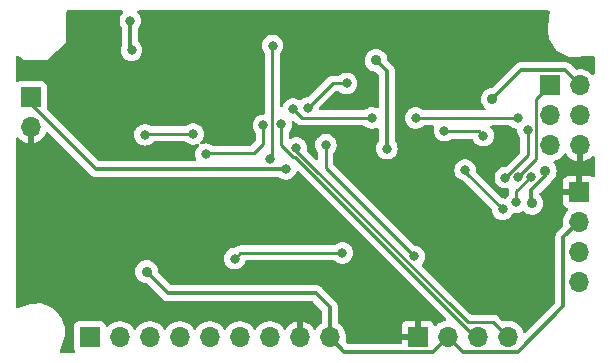
<source format=gbl>
%TF.GenerationSoftware,KiCad,Pcbnew,(6.0.1-0)*%
%TF.CreationDate,2022-02-08T18:28:07-07:00*%
%TF.ProjectId,MCU Datalogger,4d435520-4461-4746-916c-6f676765722e,1*%
%TF.SameCoordinates,Original*%
%TF.FileFunction,Copper,L2,Bot*%
%TF.FilePolarity,Positive*%
%FSLAX46Y46*%
G04 Gerber Fmt 4.6, Leading zero omitted, Abs format (unit mm)*
G04 Created by KiCad (PCBNEW (6.0.1-0)) date 2022-02-08 18:28:07*
%MOMM*%
%LPD*%
G01*
G04 APERTURE LIST*
%TA.AperFunction,ComponentPad*%
%ADD10R,1.700000X1.700000*%
%TD*%
%TA.AperFunction,ComponentPad*%
%ADD11O,1.700000X1.700000*%
%TD*%
%TA.AperFunction,ViaPad*%
%ADD12C,0.900000*%
%TD*%
%TA.AperFunction,ViaPad*%
%ADD13C,0.800000*%
%TD*%
%TA.AperFunction,Conductor*%
%ADD14C,0.350000*%
%TD*%
%TA.AperFunction,Conductor*%
%ADD15C,0.250000*%
%TD*%
G04 APERTURE END LIST*
D10*
%TO.P,J4,1,Pin_1*%
%TO.N,GND*%
X112786000Y-104216200D03*
D11*
%TO.P,J4,2,Pin_2*%
%TO.N,/Vcc*%
X115326000Y-104216200D03*
%TO.P,J4,3,Pin_3*%
%TO.N,/RX*%
X117866000Y-104216200D03*
%TO.P,J4,4,Pin_4*%
%TO.N,/TX*%
X120406000Y-104216200D03*
%TD*%
D10*
%TO.P,J1,1,Pin_1*%
%TO.N,/D2*%
X85013800Y-104267000D03*
D11*
%TO.P,J1,2,Pin_2*%
%TO.N,/D3*%
X87553800Y-104267000D03*
%TO.P,J1,3,Pin_3*%
%TO.N,/D4*%
X90093800Y-104267000D03*
%TO.P,J1,4,Pin_4*%
%TO.N,/D5*%
X92633800Y-104267000D03*
%TO.P,J1,5,Pin_5*%
%TO.N,/D6*%
X95173800Y-104267000D03*
%TO.P,J1,6,Pin_6*%
%TO.N,/D7*%
X97713800Y-104267000D03*
%TO.P,J1,7,Pin_7*%
%TO.N,/D8*%
X100253800Y-104267000D03*
%TO.P,J1,8,Pin_8*%
%TO.N,GND*%
X102793800Y-104267000D03*
%TO.P,J1,9,Pin_9*%
%TO.N,/Vcc*%
X105333800Y-104267000D03*
%TD*%
D10*
%TO.P,J3,1,Pin_1*%
%TO.N,/MISO*%
X123997800Y-82946000D03*
D11*
%TO.P,J3,2,Pin_2*%
%TO.N,/Vcc*%
X126537800Y-82946000D03*
%TO.P,J3,3,Pin_3*%
%TO.N,/SCK*%
X123997800Y-85486000D03*
%TO.P,J3,4,Pin_4*%
%TO.N,/MOSI*%
X126537800Y-85486000D03*
%TO.P,J3,5,Pin_5*%
%TO.N,/RESET*%
X123997800Y-88026000D03*
%TO.P,J3,6,Pin_6*%
%TO.N,GND*%
X126537800Y-88026000D03*
%TD*%
D10*
%TO.P,J2,1,Pin_1*%
%TO.N,GND*%
X126415800Y-91973400D03*
D11*
%TO.P,J2,2,Pin_2*%
%TO.N,/Vcc*%
X126415800Y-94513400D03*
%TO.P,J2,3,Pin_3*%
%TO.N,/SDA*%
X126415800Y-97053400D03*
%TO.P,J2,4,Pin_4*%
%TO.N,/SCL*%
X126415800Y-99593400D03*
%TD*%
D10*
%TO.P,BT1,1,+*%
%TO.N,/Vcc*%
X80010000Y-83942000D03*
D11*
%TO.P,BT1,2,-*%
%TO.N,GND*%
X80010000Y-86482000D03*
%TD*%
D12*
%TO.N,/Vcc*%
X109245400Y-80822800D03*
%TO.N,GND*%
X96600030Y-87151230D03*
X117424200Y-96901000D03*
X110642400Y-79019400D03*
X90297000Y-84683600D03*
X115544600Y-80264000D03*
X87198200Y-94818200D03*
X108585000Y-87299800D03*
X119278400Y-80187800D03*
X95504000Y-79400400D03*
D13*
%TO.N,/Vcc*%
X101600000Y-90017600D03*
X88544400Y-79959200D03*
D12*
X123570989Y-90195400D03*
X89814400Y-98704400D03*
X122428000Y-92924900D03*
D13*
X110159800Y-88290400D03*
D12*
X119100600Y-84099400D03*
D13*
X88442800Y-77470000D03*
%TO.N,Net-(C2-Pad2)*%
X97282000Y-97612200D03*
X106400600Y-97129600D03*
%TO.N,Net-(C3-Pad2)*%
X100482400Y-79578200D03*
X100279200Y-89204800D03*
%TO.N,Net-(C4-Pad2)*%
X112471200Y-97409000D03*
X105003600Y-87960200D03*
%TO.N,/SCK*%
X122098789Y-86690200D03*
X120192800Y-90754200D03*
%TO.N,/D2*%
X99713700Y-86315601D03*
X94852919Y-88756919D03*
%TO.N,/SDA*%
X118316990Y-87197710D03*
X115036600Y-86766400D03*
X121132600Y-92824900D03*
X122341245Y-90654951D03*
%TO.N,/SCL*%
X93751400Y-87045800D03*
X119964200Y-93421200D03*
X116789200Y-90093800D03*
X89687400Y-87122000D03*
X106756200Y-82766500D03*
X103505000Y-84836000D03*
%TO.N,/RESET*%
X102209600Y-84937600D03*
X121234200Y-85699600D03*
X108889800Y-85699600D03*
X112598200Y-85699600D03*
%TO.N,/RX*%
X101219000Y-86233000D03*
%TO.N,/TX*%
X102489000Y-88239600D03*
%TO.N,/MISO*%
X121249315Y-90722283D03*
%TD*%
D14*
%TO.N,/Vcc*%
X110159800Y-81737200D02*
X110159800Y-88290400D01*
X109245400Y-80822800D02*
X110159800Y-81737200D01*
X80010000Y-83942000D02*
X80010000Y-84480400D01*
X85558911Y-90029311D02*
X101588289Y-90029311D01*
X80010000Y-84480400D02*
X85558911Y-90029311D01*
X101588289Y-90029311D02*
X101600000Y-90017600D01*
X105333800Y-104267000D02*
X106557511Y-105490711D01*
X125115889Y-95813311D02*
X126415800Y-94513400D01*
X119100600Y-84099400D02*
X121528511Y-81671489D01*
X115326000Y-104216200D02*
X116600511Y-105490711D01*
X88442800Y-77470000D02*
X88442800Y-79857600D01*
X122428000Y-92924900D02*
X122377200Y-92874100D01*
X104165400Y-100533200D02*
X105333800Y-101701600D01*
X125115889Y-101629911D02*
X125115889Y-95813311D01*
X114051489Y-105490711D02*
X115326000Y-104216200D01*
X88442800Y-79857600D02*
X88544400Y-79959200D01*
X116600511Y-105490711D02*
X121255089Y-105490711D01*
X123570989Y-90591243D02*
X123570989Y-90195400D01*
X122377200Y-92874100D02*
X122377200Y-91785032D01*
X122377200Y-91785032D02*
X123570989Y-90591243D01*
X121255089Y-105490711D02*
X125115889Y-101629911D01*
X121528511Y-81671489D02*
X125263289Y-81671489D01*
X89814400Y-98704400D02*
X91643200Y-100533200D01*
X91643200Y-100533200D02*
X104165400Y-100533200D01*
X105333800Y-101701600D02*
X105333800Y-104267000D01*
X125263289Y-81671489D02*
X126537800Y-82946000D01*
X106557511Y-105490711D02*
X114051489Y-105490711D01*
D15*
%TO.N,Net-(C2-Pad2)*%
X97764600Y-97129600D02*
X106400600Y-97129600D01*
X97282000Y-97612200D02*
X97764600Y-97129600D01*
%TO.N,Net-(C3-Pad2)*%
X100457000Y-79603600D02*
X100457000Y-89027000D01*
X100482400Y-79578200D02*
X100457000Y-79603600D01*
X100457000Y-89027000D02*
X100279200Y-89204800D01*
%TO.N,Net-(C4-Pad2)*%
X112471200Y-97409000D02*
X105003600Y-89941400D01*
X105003600Y-89941400D02*
X105003600Y-87960200D01*
%TO.N,/SCK*%
X122098789Y-88848211D02*
X122098789Y-86690200D01*
X120192800Y-90754200D02*
X122098789Y-88848211D01*
%TO.N,/D2*%
X94938438Y-88671400D02*
X98907600Y-88671400D01*
X94852919Y-88756919D02*
X94938438Y-88671400D01*
X98907600Y-88671400D02*
X99713700Y-87865300D01*
X99713700Y-87865300D02*
X99713700Y-86315601D01*
%TO.N,/SDA*%
X115087400Y-86817200D02*
X117936480Y-86817200D01*
X115036600Y-86766400D02*
X115087400Y-86817200D01*
X121132600Y-91863596D02*
X122341245Y-90654951D01*
X121132600Y-92824900D02*
X121132600Y-91863596D01*
X117936480Y-86817200D02*
X118316990Y-87197710D01*
%TO.N,/SCL*%
X103505000Y-84836000D02*
X105574500Y-82766500D01*
X89763600Y-87045800D02*
X89687400Y-87122000D01*
X116789200Y-90093800D02*
X116789200Y-90246200D01*
X116789200Y-90246200D02*
X119964200Y-93421200D01*
X105574500Y-82766500D02*
X106756200Y-82766500D01*
X93751400Y-87045800D02*
X89763600Y-87045800D01*
%TO.N,/RESET*%
X121234200Y-85699600D02*
X112598200Y-85699600D01*
X108889800Y-85699600D02*
X102971600Y-85699600D01*
X102971600Y-85699600D02*
X102209600Y-84937600D01*
%TO.N,/RX*%
X102349193Y-88964111D02*
X117601282Y-104216200D01*
X117601282Y-104216200D02*
X117866000Y-104216200D01*
X101219000Y-86233000D02*
X101219000Y-87994214D01*
X101219000Y-87994214D02*
X102188897Y-88964111D01*
X102188897Y-88964111D02*
X102349193Y-88964111D01*
%TO.N,/TX*%
X102489000Y-88468200D02*
X102489000Y-88239600D01*
X119181489Y-102991689D02*
X117012489Y-102991689D01*
X117012489Y-102991689D02*
X102489000Y-88468200D01*
X120406000Y-104216200D02*
X119181489Y-102991689D01*
%TO.N,/MISO*%
X121249315Y-90722283D02*
X122823289Y-89148309D01*
X122823289Y-84120511D02*
X123997800Y-82946000D01*
X122823289Y-89148309D02*
X122823289Y-84120511D01*
%TD*%
%TA.AperFunction,Conductor*%
%TO.N,GND*%
G36*
X80206121Y-86248002D02*
G01*
X80252614Y-86301658D01*
X80264000Y-86354000D01*
X80264000Y-87800517D01*
X80268064Y-87814359D01*
X80281478Y-87816393D01*
X80288184Y-87815534D01*
X80298262Y-87813392D01*
X80502255Y-87752191D01*
X80511842Y-87748433D01*
X80703095Y-87654739D01*
X80711945Y-87649464D01*
X80885328Y-87525792D01*
X80893200Y-87519139D01*
X81044052Y-87368812D01*
X81050730Y-87360965D01*
X81175003Y-87188020D01*
X81180313Y-87179183D01*
X81274670Y-86988267D01*
X81278467Y-86978677D01*
X81278716Y-86977858D01*
X81278906Y-86977568D01*
X81280370Y-86973871D01*
X81281133Y-86974173D01*
X81317654Y-86918492D01*
X81382507Y-86889602D01*
X81452684Y-86900360D01*
X81488371Y-86925386D01*
X85055755Y-90492770D01*
X85061609Y-90499035D01*
X85098201Y-90540981D01*
X85148566Y-90576377D01*
X85153831Y-90580289D01*
X85202239Y-90618246D01*
X85209163Y-90621372D01*
X85213472Y-90623982D01*
X85222887Y-90629353D01*
X85227335Y-90631738D01*
X85233550Y-90636106D01*
X85240627Y-90638865D01*
X85290868Y-90658453D01*
X85296940Y-90661005D01*
X85353016Y-90686325D01*
X85360493Y-90687711D01*
X85365313Y-90689221D01*
X85375746Y-90692193D01*
X85380607Y-90693441D01*
X85387683Y-90696200D01*
X85447930Y-90704131D01*
X85448673Y-90704229D01*
X85455189Y-90705261D01*
X85491827Y-90712051D01*
X85515678Y-90716472D01*
X85523258Y-90716035D01*
X85523259Y-90716035D01*
X85575553Y-90713020D01*
X85582805Y-90712811D01*
X100970304Y-90712811D01*
X101038425Y-90732813D01*
X101044365Y-90736875D01*
X101086868Y-90767755D01*
X101143248Y-90808718D01*
X101149276Y-90811402D01*
X101149278Y-90811403D01*
X101280331Y-90869751D01*
X101317712Y-90886394D01*
X101411113Y-90906247D01*
X101498056Y-90924728D01*
X101498061Y-90924728D01*
X101504513Y-90926100D01*
X101695487Y-90926100D01*
X101701939Y-90924728D01*
X101701944Y-90924728D01*
X101788887Y-90906247D01*
X101882288Y-90886394D01*
X101919669Y-90869751D01*
X102050722Y-90811403D01*
X102050724Y-90811402D01*
X102056752Y-90808718D01*
X102211253Y-90696466D01*
X102217414Y-90689624D01*
X102334621Y-90559452D01*
X102334622Y-90559451D01*
X102339040Y-90554544D01*
X102434527Y-90389156D01*
X102451027Y-90338376D01*
X102479828Y-90249736D01*
X102519902Y-90191131D01*
X102585299Y-90163494D01*
X102655256Y-90175601D01*
X102688756Y-90199578D01*
X115154332Y-102665155D01*
X115188358Y-102727467D01*
X115183293Y-102798282D01*
X115140746Y-102855118D01*
X115084296Y-102878800D01*
X115070828Y-102880861D01*
X115010091Y-102890155D01*
X114797756Y-102959557D01*
X114599607Y-103062707D01*
X114595474Y-103065810D01*
X114595471Y-103065812D01*
X114436722Y-103185004D01*
X114420965Y-103196835D01*
X114417393Y-103200573D01*
X114339898Y-103281666D01*
X114278374Y-103317095D01*
X114207462Y-103313638D01*
X114149676Y-103272392D01*
X114130823Y-103238844D01*
X114089324Y-103128146D01*
X114080786Y-103112551D01*
X114004285Y-103010476D01*
X113991724Y-102997915D01*
X113889649Y-102921414D01*
X113874054Y-102912876D01*
X113753606Y-102867722D01*
X113738351Y-102864095D01*
X113687486Y-102858569D01*
X113680672Y-102858200D01*
X113058115Y-102858200D01*
X113042876Y-102862675D01*
X113041671Y-102864065D01*
X113040000Y-102871748D01*
X113040000Y-104344200D01*
X113019998Y-104412321D01*
X112966342Y-104458814D01*
X112914000Y-104470200D01*
X111446116Y-104470200D01*
X111430877Y-104474675D01*
X111429672Y-104476065D01*
X111428001Y-104483748D01*
X111428001Y-104681211D01*
X111407999Y-104749332D01*
X111354343Y-104795825D01*
X111302001Y-104807211D01*
X106892816Y-104807211D01*
X106824695Y-104787209D01*
X106803721Y-104770306D01*
X106700580Y-104667165D01*
X106666554Y-104604853D01*
X106666523Y-104555116D01*
X106666170Y-104555069D01*
X106666522Y-104552398D01*
X106666522Y-104552395D01*
X106670656Y-104521000D01*
X106694892Y-104336908D01*
X106695329Y-104333590D01*
X106695446Y-104328800D01*
X106696874Y-104270365D01*
X106696874Y-104270361D01*
X106696956Y-104267000D01*
X106678652Y-104044361D01*
X106653464Y-103944085D01*
X111428000Y-103944085D01*
X111432475Y-103959324D01*
X111433865Y-103960529D01*
X111441548Y-103962200D01*
X112513885Y-103962200D01*
X112529124Y-103957725D01*
X112530329Y-103956335D01*
X112532000Y-103948652D01*
X112532000Y-102876316D01*
X112527525Y-102861077D01*
X112526135Y-102859872D01*
X112518452Y-102858201D01*
X111891331Y-102858201D01*
X111884510Y-102858571D01*
X111833648Y-102864095D01*
X111818396Y-102867721D01*
X111697946Y-102912876D01*
X111682351Y-102921414D01*
X111580276Y-102997915D01*
X111567715Y-103010476D01*
X111491214Y-103112551D01*
X111482676Y-103128146D01*
X111437522Y-103248594D01*
X111433895Y-103263849D01*
X111428369Y-103314714D01*
X111428000Y-103321528D01*
X111428000Y-103944085D01*
X106653464Y-103944085D01*
X106624231Y-103827702D01*
X106535154Y-103622840D01*
X106413814Y-103435277D01*
X106263470Y-103270051D01*
X106259419Y-103266852D01*
X106259415Y-103266848D01*
X106092214Y-103134800D01*
X106092210Y-103134798D01*
X106088159Y-103131598D01*
X106082409Y-103128424D01*
X106082009Y-103128020D01*
X106079325Y-103126237D01*
X106079693Y-103125683D01*
X106032438Y-103077994D01*
X106017300Y-103018114D01*
X106017300Y-101729645D01*
X106017592Y-101721076D01*
X106020860Y-101673142D01*
X106020860Y-101673138D01*
X106021376Y-101665566D01*
X106019986Y-101657598D01*
X106010798Y-101604953D01*
X106009835Y-101598429D01*
X106003358Y-101544909D01*
X106002445Y-101537365D01*
X105999758Y-101530255D01*
X105998554Y-101525352D01*
X105995686Y-101514866D01*
X105994239Y-101510074D01*
X105992934Y-101502596D01*
X105983577Y-101481279D01*
X105968205Y-101446259D01*
X105965714Y-101440154D01*
X105946655Y-101389718D01*
X105946653Y-101389715D01*
X105943969Y-101382611D01*
X105939669Y-101376354D01*
X105937333Y-101371886D01*
X105932075Y-101362440D01*
X105929493Y-101358074D01*
X105926438Y-101351115D01*
X105888977Y-101302296D01*
X105885114Y-101296977D01*
X105854569Y-101252535D01*
X105850266Y-101246274D01*
X105805476Y-101206367D01*
X105800202Y-101201387D01*
X104668556Y-100069741D01*
X104662702Y-100063476D01*
X104631104Y-100027255D01*
X104626110Y-100021530D01*
X104575745Y-99986134D01*
X104570477Y-99982220D01*
X104528049Y-99948952D01*
X104522072Y-99944265D01*
X104515148Y-99941139D01*
X104510839Y-99938529D01*
X104501424Y-99933158D01*
X104496976Y-99930773D01*
X104490761Y-99926405D01*
X104433439Y-99904056D01*
X104427371Y-99901506D01*
X104371295Y-99876186D01*
X104363818Y-99874800D01*
X104358998Y-99873290D01*
X104348565Y-99870318D01*
X104343704Y-99869070D01*
X104336628Y-99866311D01*
X104275638Y-99858282D01*
X104269122Y-99857250D01*
X104216100Y-99847423D01*
X104208633Y-99846039D01*
X104201053Y-99846476D01*
X104201052Y-99846476D01*
X104148758Y-99849491D01*
X104141506Y-99849700D01*
X91978505Y-99849700D01*
X91910384Y-99829698D01*
X91889410Y-99812795D01*
X90809062Y-98732447D01*
X90775036Y-98670135D01*
X90772758Y-98655648D01*
X90759796Y-98523460D01*
X90759195Y-98517326D01*
X90704865Y-98337377D01*
X90616618Y-98171408D01*
X90497815Y-98025740D01*
X90407285Y-97950847D01*
X90357729Y-97909850D01*
X90357724Y-97909847D01*
X90352980Y-97905922D01*
X90347561Y-97902992D01*
X90347558Y-97902990D01*
X90278071Y-97865419D01*
X90187631Y-97816519D01*
X90008066Y-97760934D01*
X90001941Y-97760290D01*
X90001940Y-97760290D01*
X89827252Y-97741929D01*
X89827251Y-97741929D01*
X89821124Y-97741285D01*
X89744073Y-97748297D01*
X89640065Y-97757763D01*
X89640062Y-97757764D01*
X89633926Y-97758322D01*
X89628020Y-97760060D01*
X89628016Y-97760061D01*
X89495238Y-97799140D01*
X89453602Y-97811394D01*
X89287021Y-97898480D01*
X89140528Y-98016264D01*
X89136570Y-98020982D01*
X89136567Y-98020984D01*
X89086821Y-98080269D01*
X89019702Y-98160259D01*
X89016738Y-98165651D01*
X89016735Y-98165655D01*
X88984497Y-98224296D01*
X88929146Y-98324980D01*
X88872309Y-98504152D01*
X88851356Y-98690952D01*
X88851872Y-98697096D01*
X88865637Y-98861016D01*
X88867085Y-98878265D01*
X88918897Y-99058955D01*
X88921712Y-99064432D01*
X88921713Y-99064435D01*
X89002003Y-99220663D01*
X89004818Y-99226140D01*
X89008641Y-99230964D01*
X89008644Y-99230968D01*
X89112304Y-99361752D01*
X89121577Y-99373452D01*
X89264724Y-99495280D01*
X89428809Y-99586984D01*
X89607580Y-99645070D01*
X89769621Y-99664393D01*
X89834893Y-99692319D01*
X89843796Y-99700411D01*
X91140044Y-100996659D01*
X91145898Y-101002924D01*
X91182490Y-101044870D01*
X91232855Y-101080266D01*
X91238120Y-101084178D01*
X91286528Y-101122135D01*
X91293452Y-101125261D01*
X91297761Y-101127871D01*
X91307176Y-101133242D01*
X91311624Y-101135627D01*
X91317839Y-101139995D01*
X91324916Y-101142754D01*
X91375157Y-101162342D01*
X91381229Y-101164894D01*
X91437305Y-101190214D01*
X91444782Y-101191600D01*
X91449602Y-101193110D01*
X91460018Y-101196078D01*
X91464898Y-101197331D01*
X91471972Y-101200089D01*
X91479503Y-101201081D01*
X91479505Y-101201081D01*
X91532977Y-101208121D01*
X91539490Y-101209153D01*
X91592499Y-101218977D01*
X91592501Y-101218977D01*
X91599968Y-101220361D01*
X91607549Y-101219924D01*
X91607550Y-101219924D01*
X91659843Y-101216909D01*
X91667095Y-101216700D01*
X103830095Y-101216700D01*
X103898216Y-101236702D01*
X103919190Y-101253605D01*
X104613395Y-101947810D01*
X104647421Y-102010122D01*
X104650300Y-102036905D01*
X104650300Y-103018344D01*
X104630298Y-103086465D01*
X104599954Y-103119103D01*
X104541343Y-103163109D01*
X104440474Y-103238844D01*
X104428765Y-103247635D01*
X104425193Y-103251373D01*
X104297996Y-103384477D01*
X104274429Y-103409138D01*
X104167004Y-103566618D01*
X104166698Y-103567066D01*
X104111787Y-103612069D01*
X104041262Y-103620240D01*
X103977515Y-103588986D01*
X103956818Y-103564502D01*
X103876226Y-103439926D01*
X103869936Y-103431757D01*
X103726606Y-103274240D01*
X103719073Y-103267215D01*
X103551939Y-103135222D01*
X103543352Y-103129517D01*
X103356917Y-103026599D01*
X103347505Y-103022369D01*
X103146759Y-102951280D01*
X103136788Y-102948646D01*
X103065637Y-102935972D01*
X103052340Y-102937432D01*
X103047800Y-102951989D01*
X103047800Y-104395000D01*
X103027798Y-104463121D01*
X102974142Y-104509614D01*
X102921800Y-104521000D01*
X102665800Y-104521000D01*
X102597679Y-104500998D01*
X102551186Y-104447342D01*
X102539800Y-104395000D01*
X102539800Y-102950102D01*
X102535882Y-102936758D01*
X102521606Y-102934771D01*
X102483124Y-102940660D01*
X102473088Y-102943051D01*
X102270668Y-103009212D01*
X102261159Y-103013209D01*
X102072263Y-103111542D01*
X102063538Y-103117036D01*
X101893233Y-103244905D01*
X101885526Y-103251748D01*
X101738390Y-103405717D01*
X101731909Y-103413722D01*
X101627298Y-103567074D01*
X101572387Y-103612076D01*
X101501862Y-103620247D01*
X101438115Y-103588993D01*
X101417418Y-103564509D01*
X101336622Y-103439617D01*
X101336620Y-103439614D01*
X101333814Y-103435277D01*
X101183470Y-103270051D01*
X101179419Y-103266852D01*
X101179415Y-103266848D01*
X101012214Y-103134800D01*
X101012210Y-103134798D01*
X101008159Y-103131598D01*
X101001678Y-103128020D01*
X100921935Y-103084000D01*
X100812589Y-103023638D01*
X100807720Y-103021914D01*
X100807716Y-103021912D01*
X100606887Y-102950795D01*
X100606883Y-102950794D01*
X100602012Y-102949069D01*
X100596919Y-102948162D01*
X100596916Y-102948161D01*
X100387173Y-102910800D01*
X100387167Y-102910799D01*
X100382084Y-102909894D01*
X100308252Y-102908992D01*
X100163881Y-102907228D01*
X100163879Y-102907228D01*
X100158711Y-102907165D01*
X99937891Y-102940955D01*
X99725556Y-103010357D01*
X99673440Y-103037487D01*
X99567796Y-103092482D01*
X99527407Y-103113507D01*
X99523274Y-103116610D01*
X99523271Y-103116612D01*
X99352900Y-103244530D01*
X99348765Y-103247635D01*
X99345193Y-103251373D01*
X99217996Y-103384477D01*
X99194429Y-103409138D01*
X99087001Y-103566621D01*
X99032093Y-103611621D01*
X98961568Y-103619792D01*
X98897821Y-103588538D01*
X98877124Y-103564054D01*
X98796622Y-103439617D01*
X98796620Y-103439614D01*
X98793814Y-103435277D01*
X98643470Y-103270051D01*
X98639419Y-103266852D01*
X98639415Y-103266848D01*
X98472214Y-103134800D01*
X98472210Y-103134798D01*
X98468159Y-103131598D01*
X98461678Y-103128020D01*
X98381935Y-103084000D01*
X98272589Y-103023638D01*
X98267720Y-103021914D01*
X98267716Y-103021912D01*
X98066887Y-102950795D01*
X98066883Y-102950794D01*
X98062012Y-102949069D01*
X98056919Y-102948162D01*
X98056916Y-102948161D01*
X97847173Y-102910800D01*
X97847167Y-102910799D01*
X97842084Y-102909894D01*
X97768252Y-102908992D01*
X97623881Y-102907228D01*
X97623879Y-102907228D01*
X97618711Y-102907165D01*
X97397891Y-102940955D01*
X97185556Y-103010357D01*
X97133440Y-103037487D01*
X97027796Y-103092482D01*
X96987407Y-103113507D01*
X96983274Y-103116610D01*
X96983271Y-103116612D01*
X96812900Y-103244530D01*
X96808765Y-103247635D01*
X96805193Y-103251373D01*
X96677996Y-103384477D01*
X96654429Y-103409138D01*
X96547001Y-103566621D01*
X96492093Y-103611621D01*
X96421568Y-103619792D01*
X96357821Y-103588538D01*
X96337124Y-103564054D01*
X96256622Y-103439617D01*
X96256620Y-103439614D01*
X96253814Y-103435277D01*
X96103470Y-103270051D01*
X96099419Y-103266852D01*
X96099415Y-103266848D01*
X95932214Y-103134800D01*
X95932210Y-103134798D01*
X95928159Y-103131598D01*
X95921678Y-103128020D01*
X95841935Y-103084000D01*
X95732589Y-103023638D01*
X95727720Y-103021914D01*
X95727716Y-103021912D01*
X95526887Y-102950795D01*
X95526883Y-102950794D01*
X95522012Y-102949069D01*
X95516919Y-102948162D01*
X95516916Y-102948161D01*
X95307173Y-102910800D01*
X95307167Y-102910799D01*
X95302084Y-102909894D01*
X95228252Y-102908992D01*
X95083881Y-102907228D01*
X95083879Y-102907228D01*
X95078711Y-102907165D01*
X94857891Y-102940955D01*
X94645556Y-103010357D01*
X94593440Y-103037487D01*
X94487796Y-103092482D01*
X94447407Y-103113507D01*
X94443274Y-103116610D01*
X94443271Y-103116612D01*
X94272900Y-103244530D01*
X94268765Y-103247635D01*
X94265193Y-103251373D01*
X94137996Y-103384477D01*
X94114429Y-103409138D01*
X94007001Y-103566621D01*
X93952093Y-103611621D01*
X93881568Y-103619792D01*
X93817821Y-103588538D01*
X93797124Y-103564054D01*
X93716622Y-103439617D01*
X93716620Y-103439614D01*
X93713814Y-103435277D01*
X93563470Y-103270051D01*
X93559419Y-103266852D01*
X93559415Y-103266848D01*
X93392214Y-103134800D01*
X93392210Y-103134798D01*
X93388159Y-103131598D01*
X93381678Y-103128020D01*
X93301935Y-103084000D01*
X93192589Y-103023638D01*
X93187720Y-103021914D01*
X93187716Y-103021912D01*
X92986887Y-102950795D01*
X92986883Y-102950794D01*
X92982012Y-102949069D01*
X92976919Y-102948162D01*
X92976916Y-102948161D01*
X92767173Y-102910800D01*
X92767167Y-102910799D01*
X92762084Y-102909894D01*
X92688252Y-102908992D01*
X92543881Y-102907228D01*
X92543879Y-102907228D01*
X92538711Y-102907165D01*
X92317891Y-102940955D01*
X92105556Y-103010357D01*
X92053440Y-103037487D01*
X91947796Y-103092482D01*
X91907407Y-103113507D01*
X91903274Y-103116610D01*
X91903271Y-103116612D01*
X91732900Y-103244530D01*
X91728765Y-103247635D01*
X91725193Y-103251373D01*
X91597996Y-103384477D01*
X91574429Y-103409138D01*
X91467001Y-103566621D01*
X91412093Y-103611621D01*
X91341568Y-103619792D01*
X91277821Y-103588538D01*
X91257124Y-103564054D01*
X91176622Y-103439617D01*
X91176620Y-103439614D01*
X91173814Y-103435277D01*
X91023470Y-103270051D01*
X91019419Y-103266852D01*
X91019415Y-103266848D01*
X90852214Y-103134800D01*
X90852210Y-103134798D01*
X90848159Y-103131598D01*
X90841678Y-103128020D01*
X90761935Y-103084000D01*
X90652589Y-103023638D01*
X90647720Y-103021914D01*
X90647716Y-103021912D01*
X90446887Y-102950795D01*
X90446883Y-102950794D01*
X90442012Y-102949069D01*
X90436919Y-102948162D01*
X90436916Y-102948161D01*
X90227173Y-102910800D01*
X90227167Y-102910799D01*
X90222084Y-102909894D01*
X90148252Y-102908992D01*
X90003881Y-102907228D01*
X90003879Y-102907228D01*
X89998711Y-102907165D01*
X89777891Y-102940955D01*
X89565556Y-103010357D01*
X89513440Y-103037487D01*
X89407796Y-103092482D01*
X89367407Y-103113507D01*
X89363274Y-103116610D01*
X89363271Y-103116612D01*
X89192900Y-103244530D01*
X89188765Y-103247635D01*
X89185193Y-103251373D01*
X89057996Y-103384477D01*
X89034429Y-103409138D01*
X88927001Y-103566621D01*
X88872093Y-103611621D01*
X88801568Y-103619792D01*
X88737821Y-103588538D01*
X88717124Y-103564054D01*
X88636622Y-103439617D01*
X88636620Y-103439614D01*
X88633814Y-103435277D01*
X88483470Y-103270051D01*
X88479419Y-103266852D01*
X88479415Y-103266848D01*
X88312214Y-103134800D01*
X88312210Y-103134798D01*
X88308159Y-103131598D01*
X88301678Y-103128020D01*
X88221935Y-103084000D01*
X88112589Y-103023638D01*
X88107720Y-103021914D01*
X88107716Y-103021912D01*
X87906887Y-102950795D01*
X87906883Y-102950794D01*
X87902012Y-102949069D01*
X87896919Y-102948162D01*
X87896916Y-102948161D01*
X87687173Y-102910800D01*
X87687167Y-102910799D01*
X87682084Y-102909894D01*
X87608252Y-102908992D01*
X87463881Y-102907228D01*
X87463879Y-102907228D01*
X87458711Y-102907165D01*
X87237891Y-102940955D01*
X87025556Y-103010357D01*
X86973440Y-103037487D01*
X86867796Y-103092482D01*
X86827407Y-103113507D01*
X86823274Y-103116610D01*
X86823271Y-103116612D01*
X86652900Y-103244530D01*
X86648765Y-103247635D01*
X86582388Y-103317095D01*
X86568083Y-103332064D01*
X86506559Y-103367494D01*
X86435646Y-103364037D01*
X86377860Y-103322791D01*
X86359007Y-103289243D01*
X86317567Y-103178703D01*
X86314415Y-103170295D01*
X86227061Y-103053739D01*
X86110505Y-102966385D01*
X85974116Y-102915255D01*
X85911934Y-102908500D01*
X84115666Y-102908500D01*
X84053484Y-102915255D01*
X83917095Y-102966385D01*
X83800539Y-103053739D01*
X83713185Y-103170295D01*
X83662055Y-103306684D01*
X83655300Y-103368866D01*
X83655300Y-105165134D01*
X83662055Y-105227316D01*
X83713185Y-105363705D01*
X83718571Y-105370891D01*
X83730071Y-105386236D01*
X83754918Y-105452742D01*
X83739865Y-105522125D01*
X83689690Y-105572354D01*
X83629244Y-105587800D01*
X82593880Y-105587800D01*
X82525759Y-105567798D01*
X82479266Y-105514142D01*
X82469162Y-105443868D01*
X82474620Y-105421143D01*
X82651497Y-104902303D01*
X82651600Y-104902000D01*
X82926937Y-104101020D01*
X82926937Y-104101019D01*
X82931000Y-104089200D01*
X82880200Y-103301800D01*
X82851571Y-103223070D01*
X82679884Y-102750930D01*
X82679883Y-102750928D01*
X82677000Y-102743000D01*
X82672122Y-102736113D01*
X82250498Y-102140879D01*
X82250497Y-102140877D01*
X82245200Y-102133400D01*
X82237987Y-102127755D01*
X82237984Y-102127752D01*
X81791911Y-101778652D01*
X81661000Y-101676200D01*
X80899000Y-101396800D01*
X80886058Y-101397561D01*
X80886056Y-101397561D01*
X80161982Y-101440154D01*
X80035400Y-101447600D01*
X80028417Y-101449684D01*
X80028414Y-101449685D01*
X78927440Y-101778334D01*
X78856445Y-101778652D01*
X78796547Y-101740537D01*
X78766764Y-101676089D01*
X78765400Y-101657598D01*
X78765400Y-97612200D01*
X96368496Y-97612200D01*
X96369186Y-97618765D01*
X96384037Y-97760061D01*
X96388458Y-97802128D01*
X96447473Y-97983756D01*
X96450776Y-97989478D01*
X96450777Y-97989479D01*
X96474469Y-98030514D01*
X96542960Y-98149144D01*
X96547378Y-98154051D01*
X96547379Y-98154052D01*
X96567915Y-98176859D01*
X96670747Y-98291066D01*
X96742609Y-98343277D01*
X96796807Y-98382654D01*
X96825248Y-98403318D01*
X96831276Y-98406002D01*
X96831278Y-98406003D01*
X96993681Y-98478309D01*
X96999712Y-98480994D01*
X97081050Y-98498283D01*
X97180056Y-98519328D01*
X97180061Y-98519328D01*
X97186513Y-98520700D01*
X97377487Y-98520700D01*
X97383939Y-98519328D01*
X97383944Y-98519328D01*
X97482950Y-98498283D01*
X97564288Y-98480994D01*
X97570319Y-98478309D01*
X97732722Y-98406003D01*
X97732724Y-98406002D01*
X97738752Y-98403318D01*
X97767194Y-98382654D01*
X97821391Y-98343277D01*
X97893253Y-98291066D01*
X97996085Y-98176859D01*
X98016621Y-98154052D01*
X98016622Y-98154051D01*
X98021040Y-98149144D01*
X98089531Y-98030514D01*
X98113223Y-97989479D01*
X98113224Y-97989478D01*
X98116527Y-97983756D01*
X98159934Y-97850164D01*
X98200008Y-97791558D01*
X98265404Y-97763921D01*
X98279767Y-97763100D01*
X105692400Y-97763100D01*
X105760521Y-97783102D01*
X105779747Y-97799443D01*
X105780020Y-97799140D01*
X105784932Y-97803563D01*
X105789347Y-97808466D01*
X105797305Y-97814248D01*
X105928890Y-97909850D01*
X105943848Y-97920718D01*
X105949876Y-97923402D01*
X105949878Y-97923403D01*
X106011519Y-97950847D01*
X106118312Y-97998394D01*
X106211712Y-98018247D01*
X106298656Y-98036728D01*
X106298661Y-98036728D01*
X106305113Y-98038100D01*
X106496087Y-98038100D01*
X106502539Y-98036728D01*
X106502544Y-98036728D01*
X106589488Y-98018247D01*
X106682888Y-97998394D01*
X106789681Y-97950847D01*
X106851322Y-97923403D01*
X106851324Y-97923402D01*
X106857352Y-97920718D01*
X106872311Y-97909850D01*
X106912757Y-97880464D01*
X107011853Y-97808466D01*
X107042642Y-97774271D01*
X107135221Y-97671452D01*
X107135222Y-97671451D01*
X107139640Y-97666544D01*
X107235127Y-97501156D01*
X107294142Y-97319528D01*
X107301773Y-97246929D01*
X107313414Y-97136165D01*
X107314104Y-97129600D01*
X107308392Y-97075256D01*
X107294832Y-96946235D01*
X107294832Y-96946233D01*
X107294142Y-96939672D01*
X107235127Y-96758044D01*
X107221849Y-96735045D01*
X107180904Y-96664128D01*
X107139640Y-96592656D01*
X107123482Y-96574710D01*
X107016275Y-96455645D01*
X107016274Y-96455644D01*
X107011853Y-96450734D01*
X106857352Y-96338482D01*
X106851324Y-96335798D01*
X106851322Y-96335797D01*
X106688919Y-96263491D01*
X106688918Y-96263491D01*
X106682888Y-96260806D01*
X106589488Y-96240953D01*
X106502544Y-96222472D01*
X106502539Y-96222472D01*
X106496087Y-96221100D01*
X106305113Y-96221100D01*
X106298661Y-96222472D01*
X106298656Y-96222472D01*
X106211712Y-96240953D01*
X106118312Y-96260806D01*
X106112282Y-96263491D01*
X106112281Y-96263491D01*
X105949878Y-96335797D01*
X105949876Y-96335798D01*
X105943848Y-96338482D01*
X105789347Y-96450734D01*
X105784932Y-96455637D01*
X105780020Y-96460060D01*
X105778895Y-96458811D01*
X105725586Y-96491651D01*
X105692400Y-96496100D01*
X97843363Y-96496100D01*
X97832179Y-96495573D01*
X97824691Y-96493899D01*
X97816768Y-96494148D01*
X97756633Y-96496038D01*
X97752675Y-96496100D01*
X97724744Y-96496100D01*
X97720829Y-96496595D01*
X97720825Y-96496595D01*
X97720767Y-96496603D01*
X97720738Y-96496606D01*
X97708896Y-96497539D01*
X97664710Y-96498927D01*
X97654573Y-96501872D01*
X97645258Y-96504578D01*
X97625906Y-96508586D01*
X97613668Y-96510132D01*
X97613666Y-96510133D01*
X97605803Y-96511126D01*
X97564686Y-96527406D01*
X97553485Y-96531241D01*
X97511006Y-96543582D01*
X97504187Y-96547615D01*
X97504182Y-96547617D01*
X97493571Y-96553893D01*
X97475821Y-96562590D01*
X97456983Y-96570048D01*
X97450567Y-96574709D01*
X97450566Y-96574710D01*
X97421225Y-96596028D01*
X97411301Y-96602547D01*
X97380060Y-96621022D01*
X97380055Y-96621026D01*
X97373237Y-96625058D01*
X97358913Y-96639382D01*
X97343881Y-96652221D01*
X97338935Y-96655815D01*
X97333905Y-96659469D01*
X97333903Y-96659471D01*
X97327493Y-96664128D01*
X97322891Y-96669691D01*
X97259822Y-96701601D01*
X97236918Y-96703700D01*
X97186513Y-96703700D01*
X97180061Y-96705072D01*
X97180056Y-96705072D01*
X97093112Y-96723553D01*
X96999712Y-96743406D01*
X96993682Y-96746091D01*
X96993681Y-96746091D01*
X96831278Y-96818397D01*
X96831276Y-96818398D01*
X96825248Y-96821082D01*
X96670747Y-96933334D01*
X96542960Y-97075256D01*
X96507794Y-97136165D01*
X96459928Y-97219072D01*
X96447473Y-97240644D01*
X96388458Y-97422272D01*
X96387768Y-97428833D01*
X96387768Y-97428835D01*
X96374486Y-97555211D01*
X96368496Y-97612200D01*
X78765400Y-97612200D01*
X78765400Y-87457307D01*
X78785402Y-87389186D01*
X78839058Y-87342693D01*
X78909332Y-87332589D01*
X78973912Y-87362083D01*
X78986638Y-87374810D01*
X79053219Y-87451674D01*
X79060580Y-87458883D01*
X79224434Y-87594916D01*
X79232881Y-87600831D01*
X79416756Y-87708279D01*
X79426042Y-87712729D01*
X79625001Y-87788703D01*
X79634899Y-87791579D01*
X79738250Y-87812606D01*
X79752299Y-87811410D01*
X79756000Y-87801065D01*
X79756000Y-86354000D01*
X79776002Y-86285879D01*
X79829658Y-86239386D01*
X79882000Y-86228000D01*
X80138000Y-86228000D01*
X80206121Y-86248002D01*
G37*
%TD.AperFunction*%
%TA.AperFunction,Conductor*%
G36*
X87805874Y-76601002D02*
G01*
X87852367Y-76654658D01*
X87862471Y-76724932D01*
X87831390Y-76791308D01*
X87703760Y-76933056D01*
X87608273Y-77098444D01*
X87549258Y-77280072D01*
X87548568Y-77286633D01*
X87548568Y-77286635D01*
X87534987Y-77415849D01*
X87529296Y-77470000D01*
X87529986Y-77476565D01*
X87538891Y-77561287D01*
X87549258Y-77659928D01*
X87608273Y-77841556D01*
X87703760Y-78006944D01*
X87708180Y-78011853D01*
X87708183Y-78011857D01*
X87726935Y-78032683D01*
X87757653Y-78096690D01*
X87759300Y-78116994D01*
X87759300Y-79468273D01*
X87742419Y-79531273D01*
X87715326Y-79578200D01*
X87709873Y-79587644D01*
X87650858Y-79769272D01*
X87650168Y-79775833D01*
X87650168Y-79775835D01*
X87633448Y-79934919D01*
X87630896Y-79959200D01*
X87631586Y-79965765D01*
X87637741Y-80024322D01*
X87650858Y-80149128D01*
X87709873Y-80330756D01*
X87805360Y-80496144D01*
X87933147Y-80638066D01*
X88087648Y-80750318D01*
X88093676Y-80753002D01*
X88093678Y-80753003D01*
X88256081Y-80825309D01*
X88262112Y-80827994D01*
X88355512Y-80847847D01*
X88442456Y-80866328D01*
X88442461Y-80866328D01*
X88448913Y-80867700D01*
X88639887Y-80867700D01*
X88646339Y-80866328D01*
X88646344Y-80866328D01*
X88733288Y-80847847D01*
X88826688Y-80827994D01*
X88832719Y-80825309D01*
X88995122Y-80753003D01*
X88995124Y-80753002D01*
X89001152Y-80750318D01*
X89155653Y-80638066D01*
X89283440Y-80496144D01*
X89378927Y-80330756D01*
X89437942Y-80149128D01*
X89451060Y-80024322D01*
X89457214Y-79965765D01*
X89457904Y-79959200D01*
X89455352Y-79934919D01*
X89438632Y-79775835D01*
X89438632Y-79775833D01*
X89437942Y-79769272D01*
X89378927Y-79587644D01*
X89373475Y-79578200D01*
X89286741Y-79427974D01*
X89283440Y-79422256D01*
X89158664Y-79283678D01*
X89127946Y-79219671D01*
X89126300Y-79199368D01*
X89126300Y-78116994D01*
X89146302Y-78048873D01*
X89158665Y-78032683D01*
X89177417Y-78011857D01*
X89177420Y-78011853D01*
X89181840Y-78006944D01*
X89277327Y-77841556D01*
X89336342Y-77659928D01*
X89346710Y-77561287D01*
X89355614Y-77476565D01*
X89356304Y-77470000D01*
X89350613Y-77415849D01*
X89337032Y-77286635D01*
X89337032Y-77286633D01*
X89336342Y-77280072D01*
X89277327Y-77098444D01*
X89181840Y-76933056D01*
X89054209Y-76791308D01*
X89023494Y-76727303D01*
X89032258Y-76656849D01*
X89077720Y-76602318D01*
X89147847Y-76581000D01*
X123830980Y-76581000D01*
X123899101Y-76601002D01*
X123945594Y-76654658D01*
X123956565Y-76717222D01*
X123925024Y-77104729D01*
X123825000Y-78333600D01*
X123926600Y-79044800D01*
X123933386Y-79055827D01*
X123933387Y-79055830D01*
X124472968Y-79932648D01*
X124536200Y-80035400D01*
X125603000Y-80518000D01*
X125617359Y-80517578D01*
X125617361Y-80517578D01*
X127632296Y-80458315D01*
X127700975Y-80476306D01*
X127749025Y-80528572D01*
X127762000Y-80584261D01*
X127762000Y-81947044D01*
X127741998Y-82015165D01*
X127688342Y-82061658D01*
X127618068Y-82071762D01*
X127553488Y-82042268D01*
X127542807Y-82031844D01*
X127470952Y-81952876D01*
X127470942Y-81952867D01*
X127467470Y-81949051D01*
X127463419Y-81945852D01*
X127463415Y-81945848D01*
X127296214Y-81813800D01*
X127296210Y-81813798D01*
X127292159Y-81810598D01*
X127096589Y-81702638D01*
X127091720Y-81700914D01*
X127091716Y-81700912D01*
X126890887Y-81629795D01*
X126890883Y-81629794D01*
X126886012Y-81628069D01*
X126880919Y-81627162D01*
X126880916Y-81627161D01*
X126671173Y-81589800D01*
X126671167Y-81589799D01*
X126666084Y-81588894D01*
X126592252Y-81587992D01*
X126447881Y-81586228D01*
X126447879Y-81586228D01*
X126442711Y-81586165D01*
X126247196Y-81616083D01*
X126176834Y-81606615D01*
X126139043Y-81580628D01*
X125766445Y-81208030D01*
X125760591Y-81201765D01*
X125728993Y-81165544D01*
X125723999Y-81159819D01*
X125673634Y-81124423D01*
X125668366Y-81120509D01*
X125625938Y-81087241D01*
X125619961Y-81082554D01*
X125613037Y-81079428D01*
X125608728Y-81076818D01*
X125599313Y-81071447D01*
X125594865Y-81069062D01*
X125588650Y-81064694D01*
X125531328Y-81042345D01*
X125525260Y-81039795D01*
X125469184Y-81014475D01*
X125461707Y-81013089D01*
X125456887Y-81011579D01*
X125446454Y-81008607D01*
X125441593Y-81007359D01*
X125434517Y-81004600D01*
X125373527Y-80996571D01*
X125367011Y-80995539D01*
X125313989Y-80985712D01*
X125306522Y-80984328D01*
X125298942Y-80984765D01*
X125298941Y-80984765D01*
X125246647Y-80987780D01*
X125239395Y-80987989D01*
X121556567Y-80987989D01*
X121547997Y-80987697D01*
X121546954Y-80987626D01*
X121492477Y-80983912D01*
X121485000Y-80985217D01*
X121484997Y-80985217D01*
X121431853Y-80994492D01*
X121425330Y-80995455D01*
X121371819Y-81001931D01*
X121371818Y-81001931D01*
X121364276Y-81002844D01*
X121357166Y-81005530D01*
X121352263Y-81006735D01*
X121341777Y-81009603D01*
X121336985Y-81011050D01*
X121329507Y-81012355D01*
X121322555Y-81015407D01*
X121322554Y-81015407D01*
X121273170Y-81037084D01*
X121267065Y-81039575D01*
X121216629Y-81058634D01*
X121216626Y-81058636D01*
X121209522Y-81061320D01*
X121203265Y-81065620D01*
X121198797Y-81067956D01*
X121189351Y-81073214D01*
X121184985Y-81075796D01*
X121178026Y-81078851D01*
X121129207Y-81116312D01*
X121123888Y-81120175D01*
X121117677Y-81124444D01*
X121073185Y-81155023D01*
X121068134Y-81160692D01*
X121033279Y-81199812D01*
X121028298Y-81205087D01*
X119128328Y-83105057D01*
X119066016Y-83139083D01*
X119050655Y-83141443D01*
X119024984Y-83143779D01*
X118926265Y-83152763D01*
X118926262Y-83152764D01*
X118920126Y-83153322D01*
X118914220Y-83155060D01*
X118914216Y-83155061D01*
X118780878Y-83194305D01*
X118739802Y-83206394D01*
X118573221Y-83293480D01*
X118426728Y-83411264D01*
X118422770Y-83415982D01*
X118422767Y-83415984D01*
X118394858Y-83449245D01*
X118305902Y-83555259D01*
X118302938Y-83560651D01*
X118302935Y-83560655D01*
X118236773Y-83681004D01*
X118215346Y-83719980D01*
X118213485Y-83725847D01*
X118213484Y-83725849D01*
X118198962Y-83771628D01*
X118158509Y-83899152D01*
X118137556Y-84085952D01*
X118139988Y-84114909D01*
X118152065Y-84258734D01*
X118153285Y-84273265D01*
X118168414Y-84326027D01*
X118197839Y-84428642D01*
X118205097Y-84453955D01*
X118207912Y-84459432D01*
X118207913Y-84459435D01*
X118286198Y-84611762D01*
X118291018Y-84621140D01*
X118294841Y-84625964D01*
X118294844Y-84625968D01*
X118362559Y-84711402D01*
X118407777Y-84768452D01*
X118481043Y-84830806D01*
X118496717Y-84844146D01*
X118535630Y-84903529D01*
X118536261Y-84974523D01*
X118498409Y-85034588D01*
X118434093Y-85064653D01*
X118415054Y-85066100D01*
X113306400Y-85066100D01*
X113238279Y-85046098D01*
X113219053Y-85029757D01*
X113218780Y-85030060D01*
X113213868Y-85025637D01*
X113209453Y-85020734D01*
X113145849Y-84974523D01*
X113060294Y-84912363D01*
X113060293Y-84912362D01*
X113054952Y-84908482D01*
X113048924Y-84905798D01*
X113048922Y-84905797D01*
X112886519Y-84833491D01*
X112886518Y-84833491D01*
X112880488Y-84830806D01*
X112787087Y-84810953D01*
X112700144Y-84792472D01*
X112700139Y-84792472D01*
X112693687Y-84791100D01*
X112502713Y-84791100D01*
X112496261Y-84792472D01*
X112496256Y-84792472D01*
X112409313Y-84810953D01*
X112315912Y-84830806D01*
X112309882Y-84833491D01*
X112309881Y-84833491D01*
X112147478Y-84905797D01*
X112147476Y-84905798D01*
X112141448Y-84908482D01*
X112136107Y-84912362D01*
X112136106Y-84912363D01*
X112101371Y-84937600D01*
X111986947Y-85020734D01*
X111982526Y-85025644D01*
X111982525Y-85025645D01*
X111938160Y-85074918D01*
X111859160Y-85162656D01*
X111855859Y-85168374D01*
X111779576Y-85300500D01*
X111763673Y-85328044D01*
X111704658Y-85509672D01*
X111703968Y-85516233D01*
X111703968Y-85516235D01*
X111703101Y-85524483D01*
X111684696Y-85699600D01*
X111685386Y-85706165D01*
X111700094Y-85846100D01*
X111704658Y-85889528D01*
X111763673Y-86071156D01*
X111859160Y-86236544D01*
X111863578Y-86241451D01*
X111863579Y-86241452D01*
X111978550Y-86369140D01*
X111986947Y-86378466D01*
X112141448Y-86490718D01*
X112147476Y-86493402D01*
X112147478Y-86493403D01*
X112230061Y-86530171D01*
X112315912Y-86568394D01*
X112409312Y-86588247D01*
X112496256Y-86606728D01*
X112496261Y-86606728D01*
X112502713Y-86608100D01*
X112693687Y-86608100D01*
X112700139Y-86606728D01*
X112700144Y-86606728D01*
X112787088Y-86588247D01*
X112880488Y-86568394D01*
X112966339Y-86530171D01*
X113048922Y-86493403D01*
X113048924Y-86493402D01*
X113054952Y-86490718D01*
X113102695Y-86456031D01*
X113196006Y-86388236D01*
X113209453Y-86378466D01*
X113213868Y-86373563D01*
X113218780Y-86369140D01*
X113219905Y-86370389D01*
X113273214Y-86337549D01*
X113306400Y-86333100D01*
X114048711Y-86333100D01*
X114116832Y-86353102D01*
X114163325Y-86406758D01*
X114173429Y-86477032D01*
X114168546Y-86498029D01*
X114143058Y-86576472D01*
X114142368Y-86583033D01*
X114142368Y-86583035D01*
X114131984Y-86681839D01*
X114123096Y-86766400D01*
X114123786Y-86772965D01*
X114140509Y-86932072D01*
X114143058Y-86956328D01*
X114202073Y-87137956D01*
X114205376Y-87143678D01*
X114205377Y-87143679D01*
X114232782Y-87191145D01*
X114297560Y-87303344D01*
X114301978Y-87308251D01*
X114301979Y-87308252D01*
X114420925Y-87440355D01*
X114425347Y-87445266D01*
X114483162Y-87487271D01*
X114570471Y-87550705D01*
X114579848Y-87557518D01*
X114585876Y-87560202D01*
X114585878Y-87560203D01*
X114748281Y-87632509D01*
X114754312Y-87635194D01*
X114847712Y-87655047D01*
X114934656Y-87673528D01*
X114934661Y-87673528D01*
X114941113Y-87674900D01*
X115132087Y-87674900D01*
X115138539Y-87673528D01*
X115138544Y-87673528D01*
X115225488Y-87655047D01*
X115318888Y-87635194D01*
X115324919Y-87632509D01*
X115487322Y-87560203D01*
X115487324Y-87560202D01*
X115493352Y-87557518D01*
X115502730Y-87550705D01*
X115607253Y-87474764D01*
X115674121Y-87450905D01*
X115681314Y-87450700D01*
X117352394Y-87450700D01*
X117420515Y-87470702D01*
X117467008Y-87524358D01*
X117472227Y-87537764D01*
X117482463Y-87569266D01*
X117577950Y-87734654D01*
X117582368Y-87739561D01*
X117582369Y-87739562D01*
X117651548Y-87816393D01*
X117705737Y-87876576D01*
X117763914Y-87918844D01*
X117824849Y-87963116D01*
X117860238Y-87988828D01*
X117866266Y-87991512D01*
X117866268Y-87991513D01*
X118011637Y-88056235D01*
X118034702Y-88066504D01*
X118128102Y-88086357D01*
X118215046Y-88104838D01*
X118215051Y-88104838D01*
X118221503Y-88106210D01*
X118412477Y-88106210D01*
X118418929Y-88104838D01*
X118418934Y-88104838D01*
X118505878Y-88086357D01*
X118599278Y-88066504D01*
X118622343Y-88056235D01*
X118767712Y-87991513D01*
X118767714Y-87991512D01*
X118773742Y-87988828D01*
X118809132Y-87963116D01*
X118870066Y-87918844D01*
X118928243Y-87876576D01*
X118982432Y-87816393D01*
X119051611Y-87739562D01*
X119051612Y-87739561D01*
X119056030Y-87734654D01*
X119115004Y-87632509D01*
X119148213Y-87574989D01*
X119148214Y-87574987D01*
X119151517Y-87569266D01*
X119210532Y-87387638D01*
X119212132Y-87372421D01*
X119229804Y-87204275D01*
X119230494Y-87197710D01*
X119221847Y-87115435D01*
X119211222Y-87014345D01*
X119211222Y-87014343D01*
X119210532Y-87007782D01*
X119151517Y-86826154D01*
X119056030Y-86660766D01*
X118950361Y-86543408D01*
X118919645Y-86479403D01*
X118928409Y-86408949D01*
X118973871Y-86354418D01*
X119043998Y-86333100D01*
X120526000Y-86333100D01*
X120594121Y-86353102D01*
X120613347Y-86369443D01*
X120613620Y-86369140D01*
X120618532Y-86373563D01*
X120622947Y-86378466D01*
X120636394Y-86388236D01*
X120729706Y-86456031D01*
X120777448Y-86490718D01*
X120783476Y-86493402D01*
X120783478Y-86493403D01*
X120866061Y-86530171D01*
X120951912Y-86568394D01*
X121087979Y-86597316D01*
X121150452Y-86631045D01*
X121184774Y-86693194D01*
X121187092Y-86707393D01*
X121203910Y-86867403D01*
X121205247Y-86880128D01*
X121264262Y-87061756D01*
X121359749Y-87227144D01*
X121432926Y-87308415D01*
X121463642Y-87372421D01*
X121465289Y-87392724D01*
X121465289Y-88533616D01*
X121445287Y-88601737D01*
X121428384Y-88622711D01*
X120242300Y-89808795D01*
X120179988Y-89842821D01*
X120153205Y-89845700D01*
X120097313Y-89845700D01*
X120090861Y-89847072D01*
X120090856Y-89847072D01*
X120003912Y-89865553D01*
X119910512Y-89885406D01*
X119904482Y-89888091D01*
X119904481Y-89888091D01*
X119742078Y-89960397D01*
X119742076Y-89960398D01*
X119736048Y-89963082D01*
X119581547Y-90075334D01*
X119577126Y-90080244D01*
X119577125Y-90080245D01*
X119480226Y-90187863D01*
X119453760Y-90217256D01*
X119358273Y-90382644D01*
X119299258Y-90564272D01*
X119298568Y-90570833D01*
X119298568Y-90570835D01*
X119286430Y-90686325D01*
X119279296Y-90754200D01*
X119299258Y-90944128D01*
X119358273Y-91125756D01*
X119453760Y-91291144D01*
X119581547Y-91433066D01*
X119736048Y-91545318D01*
X119742076Y-91548002D01*
X119742078Y-91548003D01*
X119904481Y-91620309D01*
X119910512Y-91622994D01*
X120003912Y-91642847D01*
X120090856Y-91661328D01*
X120090861Y-91661328D01*
X120097313Y-91662700D01*
X120288287Y-91662700D01*
X120302558Y-91659667D01*
X120348212Y-91649963D01*
X120419002Y-91655365D01*
X120475635Y-91698182D01*
X120500128Y-91764820D01*
X120499637Y-91781475D01*
X120499100Y-91783566D01*
X120499100Y-91803820D01*
X120497549Y-91823530D01*
X120494380Y-91843539D01*
X120495126Y-91851431D01*
X120498541Y-91887557D01*
X120499100Y-91899415D01*
X120499100Y-92122376D01*
X120479098Y-92190497D01*
X120466742Y-92206679D01*
X120393560Y-92287956D01*
X120298073Y-92453344D01*
X120296034Y-92459619D01*
X120295510Y-92460796D01*
X120249529Y-92514890D01*
X120181601Y-92535538D01*
X120154208Y-92532791D01*
X120066144Y-92514072D01*
X120066139Y-92514072D01*
X120059687Y-92512700D01*
X120003794Y-92512700D01*
X119935673Y-92492698D01*
X119914699Y-92475795D01*
X117729033Y-90290128D01*
X117695007Y-90227816D01*
X117692818Y-90187863D01*
X117702014Y-90100365D01*
X117702704Y-90093800D01*
X117694365Y-90014460D01*
X117683432Y-89910435D01*
X117683432Y-89910433D01*
X117682742Y-89903872D01*
X117623727Y-89722244D01*
X117528240Y-89556856D01*
X117492120Y-89516740D01*
X117404875Y-89419845D01*
X117404874Y-89419844D01*
X117400453Y-89414934D01*
X117287272Y-89332703D01*
X117251294Y-89306563D01*
X117251293Y-89306562D01*
X117245952Y-89302682D01*
X117239924Y-89299998D01*
X117239922Y-89299997D01*
X117077519Y-89227691D01*
X117077518Y-89227691D01*
X117071488Y-89225006D01*
X116960775Y-89201473D01*
X116891144Y-89186672D01*
X116891139Y-89186672D01*
X116884687Y-89185300D01*
X116693713Y-89185300D01*
X116687261Y-89186672D01*
X116687256Y-89186672D01*
X116617625Y-89201473D01*
X116506912Y-89225006D01*
X116500882Y-89227691D01*
X116500881Y-89227691D01*
X116338478Y-89299997D01*
X116338476Y-89299998D01*
X116332448Y-89302682D01*
X116327107Y-89306562D01*
X116327106Y-89306563D01*
X116291128Y-89332703D01*
X116177947Y-89414934D01*
X116173526Y-89419844D01*
X116173525Y-89419845D01*
X116086281Y-89516740D01*
X116050160Y-89556856D01*
X115954673Y-89722244D01*
X115895658Y-89903872D01*
X115894968Y-89910433D01*
X115894968Y-89910435D01*
X115884035Y-90014460D01*
X115875696Y-90093800D01*
X115876386Y-90100365D01*
X115889273Y-90222974D01*
X115895658Y-90283728D01*
X115954673Y-90465356D01*
X115957976Y-90471078D01*
X115957977Y-90471079D01*
X115974118Y-90499035D01*
X116050160Y-90630744D01*
X116054578Y-90635651D01*
X116054579Y-90635652D01*
X116126956Y-90716035D01*
X116177947Y-90772666D01*
X116332448Y-90884918D01*
X116338476Y-90887602D01*
X116338478Y-90887603D01*
X116500881Y-90959909D01*
X116506912Y-90962594D01*
X116563649Y-90974654D01*
X116600928Y-90982578D01*
X116663826Y-91016730D01*
X119017078Y-93369983D01*
X119051104Y-93432295D01*
X119053293Y-93445906D01*
X119070658Y-93611128D01*
X119129673Y-93792756D01*
X119132976Y-93798478D01*
X119132977Y-93798479D01*
X119145446Y-93820075D01*
X119225160Y-93958144D01*
X119229578Y-93963051D01*
X119229579Y-93963052D01*
X119301299Y-94042705D01*
X119352947Y-94100066D01*
X119507448Y-94212318D01*
X119513476Y-94215002D01*
X119513478Y-94215003D01*
X119675881Y-94287309D01*
X119681912Y-94289994D01*
X119762657Y-94307157D01*
X119862256Y-94328328D01*
X119862261Y-94328328D01*
X119868713Y-94329700D01*
X120059687Y-94329700D01*
X120066139Y-94328328D01*
X120066144Y-94328328D01*
X120165743Y-94307157D01*
X120246488Y-94289994D01*
X120252519Y-94287309D01*
X120414922Y-94215003D01*
X120414924Y-94215002D01*
X120420952Y-94212318D01*
X120575453Y-94100066D01*
X120627101Y-94042705D01*
X120698821Y-93963052D01*
X120698822Y-93963051D01*
X120703240Y-93958144D01*
X120782954Y-93820075D01*
X120795427Y-93798472D01*
X120795427Y-93798471D01*
X120798727Y-93792756D01*
X120800766Y-93786481D01*
X120801290Y-93785304D01*
X120847271Y-93731210D01*
X120915199Y-93710562D01*
X120942592Y-93713309D01*
X121030656Y-93732028D01*
X121030661Y-93732028D01*
X121037113Y-93733400D01*
X121228087Y-93733400D01*
X121234539Y-93732028D01*
X121234544Y-93732028D01*
X121322607Y-93713309D01*
X121414888Y-93693694D01*
X121420919Y-93691009D01*
X121583322Y-93618703D01*
X121583324Y-93618702D01*
X121589352Y-93616018D01*
X121596838Y-93610579D01*
X121601794Y-93606979D01*
X121668662Y-93583122D01*
X121737813Y-93599205D01*
X121757514Y-93612962D01*
X121762735Y-93617406D01*
X121833757Y-93677850D01*
X121878324Y-93715780D01*
X121883702Y-93718786D01*
X121883704Y-93718787D01*
X121960356Y-93761626D01*
X122042409Y-93807484D01*
X122221180Y-93865570D01*
X122407830Y-93887827D01*
X122413965Y-93887355D01*
X122413967Y-93887355D01*
X122589105Y-93873879D01*
X122589109Y-93873878D01*
X122595247Y-93873406D01*
X122714606Y-93840080D01*
X122770350Y-93824516D01*
X122770353Y-93824515D01*
X122776294Y-93822856D01*
X122781798Y-93820076D01*
X122781800Y-93820075D01*
X122938574Y-93740883D01*
X122938576Y-93740882D01*
X122944075Y-93738104D01*
X123092199Y-93622377D01*
X123178346Y-93522575D01*
X123210994Y-93484752D01*
X123210995Y-93484750D01*
X123215023Y-93480084D01*
X123307870Y-93316644D01*
X123367203Y-93138282D01*
X123390762Y-92951792D01*
X123391138Y-92924900D01*
X123372795Y-92737826D01*
X123318465Y-92557877D01*
X123230218Y-92391908D01*
X123111415Y-92246240D01*
X123106667Y-92242312D01*
X123106387Y-92242080D01*
X123106281Y-92241922D01*
X123102323Y-92237937D01*
X123103080Y-92237185D01*
X123066647Y-92183248D01*
X123060700Y-92144994D01*
X123060700Y-92120337D01*
X123080702Y-92052216D01*
X123097605Y-92031242D01*
X123427562Y-91701285D01*
X125057800Y-91701285D01*
X125062275Y-91716524D01*
X125063665Y-91717729D01*
X125071348Y-91719400D01*
X126143685Y-91719400D01*
X126158924Y-91714925D01*
X126160129Y-91713535D01*
X126161800Y-91705852D01*
X126161800Y-90633516D01*
X126157325Y-90618277D01*
X126155935Y-90617072D01*
X126148252Y-90615401D01*
X125521131Y-90615401D01*
X125514310Y-90615771D01*
X125463448Y-90621295D01*
X125448196Y-90624921D01*
X125327746Y-90670076D01*
X125312151Y-90678614D01*
X125210076Y-90755115D01*
X125197515Y-90767676D01*
X125121014Y-90869751D01*
X125112476Y-90885346D01*
X125067322Y-91005794D01*
X125063695Y-91021049D01*
X125058169Y-91071914D01*
X125057800Y-91078728D01*
X125057800Y-91701285D01*
X123427562Y-91701285D01*
X124034448Y-91094399D01*
X124040713Y-91088545D01*
X124059777Y-91071914D01*
X124082659Y-91051953D01*
X124087024Y-91045742D01*
X124087027Y-91045739D01*
X124118027Y-91001630D01*
X124121958Y-90996335D01*
X124142828Y-90969718D01*
X124164410Y-90948175D01*
X124230332Y-90896671D01*
X124235188Y-90892877D01*
X124239600Y-90887766D01*
X124353983Y-90755252D01*
X124353984Y-90755250D01*
X124358012Y-90750584D01*
X124450859Y-90587144D01*
X124510192Y-90408782D01*
X124533751Y-90222292D01*
X124533890Y-90212348D01*
X124534078Y-90198922D01*
X124534078Y-90198918D01*
X124534127Y-90195400D01*
X124515784Y-90008326D01*
X124461454Y-89828377D01*
X124373207Y-89662408D01*
X124275739Y-89542899D01*
X124248186Y-89477468D01*
X124260382Y-89407527D01*
X124308455Y-89355282D01*
X124337176Y-89342579D01*
X124490225Y-89296662D01*
X124490227Y-89296661D01*
X124495184Y-89295174D01*
X124695794Y-89196896D01*
X124877660Y-89067173D01*
X124918208Y-89026767D01*
X125032235Y-88913137D01*
X125035896Y-88909489D01*
X125142152Y-88761618D01*
X125166253Y-88728077D01*
X125167440Y-88728930D01*
X125214760Y-88685362D01*
X125284697Y-88673145D01*
X125350138Y-88700678D01*
X125377966Y-88732511D01*
X125435494Y-88826388D01*
X125441577Y-88834699D01*
X125581013Y-88995667D01*
X125588380Y-89002883D01*
X125752234Y-89138916D01*
X125760681Y-89144831D01*
X125944556Y-89252279D01*
X125953842Y-89256729D01*
X126152801Y-89332703D01*
X126162699Y-89335579D01*
X126266050Y-89356606D01*
X126280099Y-89355410D01*
X126283800Y-89345065D01*
X126283800Y-87898000D01*
X126303802Y-87829879D01*
X126357458Y-87783386D01*
X126409800Y-87772000D01*
X126665800Y-87772000D01*
X126733921Y-87792002D01*
X126780414Y-87845658D01*
X126791800Y-87898000D01*
X126791800Y-89344517D01*
X126795864Y-89358359D01*
X126809278Y-89360393D01*
X126815984Y-89359534D01*
X126826062Y-89357392D01*
X127030055Y-89296191D01*
X127039642Y-89292433D01*
X127230895Y-89198739D01*
X127239745Y-89193464D01*
X127413128Y-89069792D01*
X127421000Y-89063139D01*
X127547060Y-88937517D01*
X127609431Y-88903600D01*
X127680238Y-88908788D01*
X127737000Y-88951434D01*
X127761694Y-89017997D01*
X127762000Y-89026767D01*
X127762000Y-90608505D01*
X127741998Y-90676626D01*
X127688342Y-90723119D01*
X127618068Y-90733223D01*
X127560436Y-90709332D01*
X127519448Y-90678614D01*
X127503854Y-90670076D01*
X127383406Y-90624922D01*
X127368151Y-90621295D01*
X127317286Y-90615769D01*
X127310472Y-90615400D01*
X126687915Y-90615400D01*
X126672676Y-90619875D01*
X126671471Y-90621265D01*
X126669800Y-90628948D01*
X126669800Y-92101400D01*
X126649798Y-92169521D01*
X126596142Y-92216014D01*
X126543800Y-92227400D01*
X125075916Y-92227400D01*
X125060677Y-92231875D01*
X125059472Y-92233265D01*
X125057801Y-92240948D01*
X125057801Y-92868069D01*
X125058171Y-92874890D01*
X125063695Y-92925752D01*
X125067321Y-92941004D01*
X125112476Y-93061454D01*
X125121014Y-93077049D01*
X125197515Y-93179124D01*
X125210076Y-93191685D01*
X125312151Y-93268186D01*
X125327746Y-93276724D01*
X125436627Y-93317542D01*
X125493391Y-93360184D01*
X125518091Y-93426745D01*
X125502883Y-93496094D01*
X125483491Y-93522575D01*
X125394195Y-93616018D01*
X125356429Y-93655538D01*
X125353515Y-93659810D01*
X125353514Y-93659811D01*
X125317020Y-93713309D01*
X125230543Y-93840080D01*
X125215074Y-93873406D01*
X125173462Y-93963052D01*
X125136488Y-94042705D01*
X125076789Y-94257970D01*
X125053051Y-94480095D01*
X125065910Y-94703115D01*
X125086249Y-94793363D01*
X125081713Y-94864213D01*
X125052427Y-94910158D01*
X124652430Y-95310155D01*
X124646165Y-95316009D01*
X124604219Y-95352601D01*
X124568823Y-95402966D01*
X124564911Y-95408231D01*
X124526954Y-95456639D01*
X124523828Y-95463563D01*
X124521218Y-95467872D01*
X124515847Y-95477287D01*
X124513462Y-95481735D01*
X124509094Y-95487950D01*
X124506335Y-95495027D01*
X124486747Y-95545268D01*
X124484195Y-95551340D01*
X124458875Y-95607416D01*
X124457489Y-95614893D01*
X124455979Y-95619713D01*
X124453007Y-95630146D01*
X124451759Y-95635007D01*
X124449000Y-95642083D01*
X124443443Y-95684296D01*
X124440971Y-95703073D01*
X124439939Y-95709589D01*
X124428728Y-95770078D01*
X124429165Y-95777658D01*
X124429165Y-95777659D01*
X124432180Y-95829953D01*
X124432389Y-95837205D01*
X124432389Y-101294606D01*
X124412387Y-101362727D01*
X124395484Y-101383701D01*
X121914988Y-103864197D01*
X121852676Y-103898223D01*
X121781861Y-103893158D01*
X121725025Y-103850611D01*
X121703689Y-103805797D01*
X121697692Y-103781922D01*
X121697692Y-103781921D01*
X121696431Y-103776902D01*
X121607354Y-103572040D01*
X121508438Y-103419139D01*
X121488822Y-103388817D01*
X121488820Y-103388814D01*
X121486014Y-103384477D01*
X121335670Y-103219251D01*
X121331619Y-103216052D01*
X121331615Y-103216048D01*
X121164414Y-103084000D01*
X121164410Y-103083998D01*
X121160359Y-103080798D01*
X120964789Y-102972838D01*
X120959920Y-102971114D01*
X120959916Y-102971112D01*
X120759087Y-102899995D01*
X120759083Y-102899994D01*
X120754212Y-102898269D01*
X120749119Y-102897362D01*
X120749116Y-102897361D01*
X120539373Y-102860000D01*
X120539367Y-102859999D01*
X120534284Y-102859094D01*
X120460452Y-102858192D01*
X120316081Y-102856428D01*
X120316079Y-102856428D01*
X120310911Y-102856365D01*
X120090091Y-102890155D01*
X120077532Y-102894260D01*
X120006568Y-102896410D01*
X119949294Y-102863589D01*
X119685141Y-102599436D01*
X119677601Y-102591150D01*
X119673489Y-102584671D01*
X119623837Y-102538045D01*
X119620996Y-102535291D01*
X119601259Y-102515554D01*
X119598062Y-102513074D01*
X119589040Y-102505369D01*
X119556810Y-102475103D01*
X119549864Y-102471284D01*
X119549861Y-102471282D01*
X119539055Y-102465341D01*
X119522536Y-102454490D01*
X119522072Y-102454130D01*
X119506530Y-102442075D01*
X119499261Y-102438930D01*
X119499257Y-102438927D01*
X119465952Y-102424515D01*
X119455302Y-102419298D01*
X119416549Y-102397994D01*
X119396926Y-102392956D01*
X119378223Y-102386552D01*
X119366909Y-102381656D01*
X119366908Y-102381656D01*
X119359634Y-102378508D01*
X119351811Y-102377269D01*
X119351801Y-102377266D01*
X119315965Y-102371590D01*
X119304345Y-102369184D01*
X119269200Y-102360161D01*
X119269199Y-102360161D01*
X119261519Y-102358189D01*
X119241265Y-102358189D01*
X119221554Y-102356638D01*
X119209375Y-102354709D01*
X119201546Y-102353469D01*
X119193654Y-102354215D01*
X119157528Y-102357630D01*
X119145670Y-102358189D01*
X117327083Y-102358189D01*
X117258962Y-102338187D01*
X117237988Y-102321284D01*
X113130100Y-98213396D01*
X113096074Y-98151084D01*
X113101139Y-98080269D01*
X113125556Y-98039996D01*
X113210240Y-97945944D01*
X113279570Y-97825861D01*
X113302423Y-97786279D01*
X113302424Y-97786278D01*
X113305727Y-97780556D01*
X113364742Y-97598928D01*
X113384704Y-97409000D01*
X113375300Y-97319528D01*
X113365432Y-97225635D01*
X113365432Y-97225633D01*
X113364742Y-97219072D01*
X113305727Y-97037444D01*
X113210240Y-96872056D01*
X113082453Y-96730134D01*
X112927952Y-96617882D01*
X112921924Y-96615198D01*
X112921922Y-96615197D01*
X112759519Y-96542891D01*
X112759518Y-96542891D01*
X112753488Y-96540206D01*
X112660087Y-96520353D01*
X112573144Y-96501872D01*
X112573139Y-96501872D01*
X112566687Y-96500500D01*
X112510795Y-96500500D01*
X112442674Y-96480498D01*
X112421700Y-96463595D01*
X105674005Y-89715900D01*
X105639979Y-89653588D01*
X105637100Y-89626805D01*
X105637100Y-88662724D01*
X105657102Y-88594603D01*
X105669458Y-88578421D01*
X105742640Y-88497144D01*
X105838127Y-88331756D01*
X105897142Y-88150128D01*
X105903190Y-88092590D01*
X105916414Y-87966765D01*
X105917104Y-87960200D01*
X105912084Y-87912441D01*
X105897832Y-87776835D01*
X105897832Y-87776833D01*
X105897142Y-87770272D01*
X105838127Y-87588644D01*
X105824849Y-87565645D01*
X105757204Y-87448482D01*
X105742640Y-87423256D01*
X105710570Y-87387638D01*
X105619275Y-87286245D01*
X105619274Y-87286244D01*
X105614853Y-87281334D01*
X105460352Y-87169082D01*
X105454324Y-87166398D01*
X105454322Y-87166397D01*
X105291919Y-87094091D01*
X105291918Y-87094091D01*
X105285888Y-87091406D01*
X105173321Y-87067479D01*
X105105544Y-87053072D01*
X105105539Y-87053072D01*
X105099087Y-87051700D01*
X104908113Y-87051700D01*
X104901661Y-87053072D01*
X104901656Y-87053072D01*
X104833879Y-87067479D01*
X104721312Y-87091406D01*
X104715282Y-87094091D01*
X104715281Y-87094091D01*
X104552878Y-87166397D01*
X104552876Y-87166398D01*
X104546848Y-87169082D01*
X104392347Y-87281334D01*
X104387926Y-87286244D01*
X104387925Y-87286245D01*
X104296631Y-87387638D01*
X104264560Y-87423256D01*
X104249996Y-87448482D01*
X104182352Y-87565645D01*
X104169073Y-87588644D01*
X104110058Y-87770272D01*
X104109368Y-87776833D01*
X104109368Y-87776835D01*
X104095116Y-87912441D01*
X104090096Y-87960200D01*
X104090786Y-87966765D01*
X104104011Y-88092590D01*
X104110058Y-88150128D01*
X104169073Y-88331756D01*
X104264560Y-88497144D01*
X104337737Y-88578415D01*
X104368453Y-88642421D01*
X104370100Y-88662724D01*
X104370100Y-89149205D01*
X104350098Y-89217326D01*
X104296442Y-89263819D01*
X104226168Y-89273923D01*
X104161588Y-89244429D01*
X104155005Y-89238300D01*
X103421586Y-88504881D01*
X103387560Y-88442569D01*
X103385371Y-88402616D01*
X103401814Y-88246165D01*
X103402504Y-88239600D01*
X103393100Y-88150128D01*
X103383232Y-88056235D01*
X103383232Y-88056233D01*
X103382542Y-88049672D01*
X103323527Y-87868044D01*
X103312197Y-87848419D01*
X103267078Y-87770272D01*
X103228040Y-87702656D01*
X103203049Y-87674900D01*
X103104675Y-87565645D01*
X103104674Y-87565644D01*
X103100253Y-87560734D01*
X102945752Y-87448482D01*
X102939724Y-87445798D01*
X102939722Y-87445797D01*
X102777319Y-87373491D01*
X102777318Y-87373491D01*
X102771288Y-87370806D01*
X102646861Y-87344358D01*
X102590944Y-87332472D01*
X102590939Y-87332472D01*
X102584487Y-87331100D01*
X102393513Y-87331100D01*
X102387061Y-87332472D01*
X102387056Y-87332472D01*
X102331139Y-87344358D01*
X102206712Y-87370806D01*
X102200682Y-87373491D01*
X102200681Y-87373491D01*
X102157483Y-87392724D01*
X102032248Y-87448482D01*
X102031323Y-87446404D01*
X101972512Y-87460676D01*
X101905419Y-87437459D01*
X101861528Y-87381655D01*
X101852500Y-87334818D01*
X101852500Y-86935524D01*
X101872502Y-86867403D01*
X101884858Y-86851221D01*
X101958040Y-86769944D01*
X102053527Y-86604556D01*
X102112542Y-86422928D01*
X102115139Y-86398224D01*
X102131814Y-86239565D01*
X102132504Y-86233000D01*
X102130599Y-86214872D01*
X102113722Y-86054297D01*
X102126494Y-85984459D01*
X102174996Y-85932612D01*
X102243829Y-85915218D01*
X102311139Y-85937799D01*
X102328127Y-85952032D01*
X102467948Y-86091853D01*
X102475488Y-86100139D01*
X102479600Y-86106618D01*
X102485377Y-86112043D01*
X102529251Y-86153243D01*
X102532093Y-86155998D01*
X102551830Y-86175735D01*
X102555027Y-86178215D01*
X102564047Y-86185918D01*
X102596279Y-86216186D01*
X102603225Y-86220005D01*
X102603228Y-86220007D01*
X102614034Y-86225948D01*
X102630553Y-86236799D01*
X102646559Y-86249214D01*
X102653828Y-86252359D01*
X102653832Y-86252362D01*
X102687137Y-86266774D01*
X102697787Y-86271991D01*
X102736540Y-86293295D01*
X102744215Y-86295266D01*
X102744216Y-86295266D01*
X102756162Y-86298333D01*
X102774866Y-86304737D01*
X102784801Y-86309036D01*
X102793455Y-86312781D01*
X102801278Y-86314020D01*
X102801288Y-86314023D01*
X102837124Y-86319699D01*
X102848744Y-86322105D01*
X102872473Y-86328197D01*
X102891570Y-86333100D01*
X102911824Y-86333100D01*
X102931534Y-86334651D01*
X102951543Y-86337820D01*
X102959435Y-86337074D01*
X102995561Y-86333659D01*
X103007419Y-86333100D01*
X108181600Y-86333100D01*
X108249721Y-86353102D01*
X108268947Y-86369443D01*
X108269220Y-86369140D01*
X108274132Y-86373563D01*
X108278547Y-86378466D01*
X108291994Y-86388236D01*
X108385306Y-86456031D01*
X108433048Y-86490718D01*
X108439076Y-86493402D01*
X108439078Y-86493403D01*
X108521661Y-86530171D01*
X108607512Y-86568394D01*
X108700912Y-86588247D01*
X108787856Y-86606728D01*
X108787861Y-86606728D01*
X108794313Y-86608100D01*
X108985287Y-86608100D01*
X108991739Y-86606728D01*
X108991744Y-86606728D01*
X109078688Y-86588247D01*
X109172088Y-86568394D01*
X109178115Y-86565711D01*
X109178123Y-86565708D01*
X109299052Y-86511867D01*
X109369419Y-86502433D01*
X109433716Y-86532540D01*
X109471529Y-86592629D01*
X109476300Y-86626974D01*
X109476300Y-87643406D01*
X109456298Y-87711527D01*
X109443935Y-87727717D01*
X109425183Y-87748543D01*
X109425180Y-87748547D01*
X109420760Y-87753456D01*
X109417457Y-87759177D01*
X109329278Y-87911908D01*
X109325273Y-87918844D01*
X109266258Y-88100472D01*
X109246296Y-88290400D01*
X109266258Y-88480328D01*
X109325273Y-88661956D01*
X109420760Y-88827344D01*
X109425178Y-88832251D01*
X109425179Y-88832252D01*
X109544125Y-88964355D01*
X109548547Y-88969266D01*
X109584885Y-88995667D01*
X109686909Y-89069792D01*
X109703048Y-89081518D01*
X109709076Y-89084202D01*
X109709078Y-89084203D01*
X109845252Y-89144831D01*
X109877512Y-89159194D01*
X109956305Y-89175942D01*
X110057856Y-89197528D01*
X110057861Y-89197528D01*
X110064313Y-89198900D01*
X110255287Y-89198900D01*
X110261739Y-89197528D01*
X110261744Y-89197528D01*
X110363295Y-89175942D01*
X110442088Y-89159194D01*
X110474348Y-89144831D01*
X110610522Y-89084203D01*
X110610524Y-89084202D01*
X110616552Y-89081518D01*
X110632692Y-89069792D01*
X110734715Y-88995667D01*
X110771053Y-88969266D01*
X110775475Y-88964355D01*
X110894421Y-88832252D01*
X110894422Y-88832251D01*
X110898840Y-88827344D01*
X110994327Y-88661956D01*
X111053342Y-88480328D01*
X111073304Y-88290400D01*
X111053342Y-88100472D01*
X110994327Y-87918844D01*
X110990323Y-87911908D01*
X110902143Y-87759177D01*
X110898840Y-87753456D01*
X110894420Y-87748547D01*
X110894417Y-87748543D01*
X110875665Y-87727717D01*
X110844947Y-87663710D01*
X110843300Y-87643406D01*
X110843300Y-81765256D01*
X110843592Y-81756686D01*
X110843663Y-81755643D01*
X110847377Y-81701166D01*
X110836797Y-81640542D01*
X110835834Y-81634019D01*
X110829358Y-81580508D01*
X110829358Y-81580507D01*
X110828445Y-81572965D01*
X110825759Y-81565855D01*
X110824554Y-81560952D01*
X110821686Y-81550466D01*
X110820239Y-81545674D01*
X110818934Y-81538196D01*
X110815882Y-81531243D01*
X110794205Y-81481859D01*
X110791714Y-81475754D01*
X110772655Y-81425318D01*
X110772653Y-81425315D01*
X110769969Y-81418211D01*
X110765669Y-81411954D01*
X110763333Y-81407486D01*
X110758075Y-81398040D01*
X110755493Y-81393674D01*
X110752438Y-81386715D01*
X110714977Y-81337896D01*
X110711114Y-81332577D01*
X110680569Y-81288135D01*
X110676266Y-81281874D01*
X110631476Y-81241967D01*
X110626202Y-81236987D01*
X110240062Y-80850847D01*
X110206036Y-80788535D01*
X110203758Y-80774048D01*
X110190796Y-80641860D01*
X110190195Y-80635726D01*
X110135865Y-80455777D01*
X110047618Y-80289808D01*
X109928815Y-80144140D01*
X109875003Y-80099623D01*
X109788729Y-80028250D01*
X109788724Y-80028247D01*
X109783980Y-80024322D01*
X109778561Y-80021392D01*
X109778558Y-80021390D01*
X109651396Y-79952635D01*
X109618631Y-79934919D01*
X109439066Y-79879334D01*
X109432941Y-79878690D01*
X109432940Y-79878690D01*
X109258252Y-79860329D01*
X109258251Y-79860329D01*
X109252124Y-79859685D01*
X109175073Y-79866697D01*
X109071065Y-79876163D01*
X109071062Y-79876164D01*
X109064926Y-79876722D01*
X109059020Y-79878460D01*
X109059016Y-79878461D01*
X108925678Y-79917705D01*
X108884602Y-79929794D01*
X108718021Y-80016880D01*
X108571528Y-80134664D01*
X108567570Y-80139382D01*
X108567567Y-80139384D01*
X108513223Y-80204149D01*
X108450702Y-80278659D01*
X108447738Y-80284051D01*
X108447735Y-80284055D01*
X108422061Y-80330756D01*
X108360146Y-80443380D01*
X108303309Y-80622552D01*
X108282356Y-80809352D01*
X108282872Y-80815496D01*
X108297124Y-80985217D01*
X108298085Y-80996665D01*
X108321651Y-81078851D01*
X108344869Y-81159819D01*
X108349897Y-81177355D01*
X108352712Y-81182832D01*
X108352713Y-81182835D01*
X108381868Y-81239565D01*
X108435818Y-81344540D01*
X108439641Y-81349364D01*
X108439644Y-81349368D01*
X108494209Y-81418211D01*
X108552577Y-81491852D01*
X108557271Y-81495847D01*
X108687423Y-81606615D01*
X108695724Y-81613680D01*
X108701102Y-81616686D01*
X108701104Y-81616687D01*
X108732116Y-81634019D01*
X108859809Y-81705384D01*
X109038580Y-81763470D01*
X109200621Y-81782793D01*
X109265893Y-81810719D01*
X109274796Y-81818811D01*
X109439395Y-81983410D01*
X109473421Y-82045722D01*
X109476300Y-82072505D01*
X109476300Y-84772226D01*
X109456298Y-84840347D01*
X109402642Y-84886840D01*
X109332368Y-84896944D01*
X109299052Y-84887333D01*
X109178123Y-84833492D01*
X109178115Y-84833489D01*
X109172088Y-84830806D01*
X109078687Y-84810953D01*
X108991744Y-84792472D01*
X108991739Y-84792472D01*
X108985287Y-84791100D01*
X108794313Y-84791100D01*
X108787861Y-84792472D01*
X108787856Y-84792472D01*
X108700913Y-84810953D01*
X108607512Y-84830806D01*
X108601482Y-84833491D01*
X108601481Y-84833491D01*
X108439078Y-84905797D01*
X108439076Y-84905798D01*
X108433048Y-84908482D01*
X108427707Y-84912362D01*
X108427706Y-84912363D01*
X108342151Y-84974523D01*
X108278547Y-85020734D01*
X108274132Y-85025637D01*
X108269220Y-85030060D01*
X108268095Y-85028811D01*
X108214786Y-85061651D01*
X108181600Y-85066100D01*
X104534257Y-85066100D01*
X104466136Y-85046098D01*
X104419643Y-84992442D01*
X104408947Y-84926930D01*
X104410478Y-84912363D01*
X104415907Y-84860706D01*
X104442920Y-84795050D01*
X104452122Y-84784782D01*
X105800000Y-83436905D01*
X105862312Y-83402879D01*
X105889095Y-83400000D01*
X106048000Y-83400000D01*
X106116121Y-83420002D01*
X106135347Y-83436343D01*
X106135620Y-83436040D01*
X106140532Y-83440463D01*
X106144947Y-83445366D01*
X106299448Y-83557618D01*
X106305476Y-83560302D01*
X106305478Y-83560303D01*
X106458677Y-83628511D01*
X106473912Y-83635294D01*
X106567313Y-83655147D01*
X106654256Y-83673628D01*
X106654261Y-83673628D01*
X106660713Y-83675000D01*
X106851687Y-83675000D01*
X106858139Y-83673628D01*
X106858144Y-83673628D01*
X106945087Y-83655147D01*
X107038488Y-83635294D01*
X107053723Y-83628511D01*
X107206922Y-83560303D01*
X107206924Y-83560302D01*
X107212952Y-83557618D01*
X107367453Y-83445366D01*
X107375850Y-83436040D01*
X107490821Y-83308352D01*
X107490822Y-83308351D01*
X107495240Y-83303444D01*
X107590727Y-83138056D01*
X107649742Y-82956428D01*
X107669704Y-82766500D01*
X107651180Y-82590255D01*
X107650432Y-82583135D01*
X107650432Y-82583133D01*
X107649742Y-82576572D01*
X107590727Y-82394944D01*
X107567309Y-82354382D01*
X107536504Y-82301028D01*
X107495240Y-82229556D01*
X107479082Y-82211610D01*
X107371875Y-82092545D01*
X107371874Y-82092544D01*
X107367453Y-82087634D01*
X107212952Y-81975382D01*
X107206924Y-81972698D01*
X107206922Y-81972697D01*
X107044519Y-81900391D01*
X107044518Y-81900391D01*
X107038488Y-81897706D01*
X106945087Y-81877853D01*
X106858144Y-81859372D01*
X106858139Y-81859372D01*
X106851687Y-81858000D01*
X106660713Y-81858000D01*
X106654261Y-81859372D01*
X106654256Y-81859372D01*
X106567313Y-81877853D01*
X106473912Y-81897706D01*
X106467882Y-81900391D01*
X106467881Y-81900391D01*
X106305478Y-81972697D01*
X106305476Y-81972698D01*
X106299448Y-81975382D01*
X106294107Y-81979262D01*
X106294106Y-81979263D01*
X106237603Y-82020315D01*
X106144947Y-82087634D01*
X106140532Y-82092537D01*
X106135620Y-82096960D01*
X106134495Y-82095711D01*
X106081186Y-82128551D01*
X106048000Y-82133000D01*
X105653267Y-82133000D01*
X105642084Y-82132473D01*
X105634591Y-82130798D01*
X105626665Y-82131047D01*
X105626664Y-82131047D01*
X105566501Y-82132938D01*
X105562543Y-82133000D01*
X105534644Y-82133000D01*
X105530654Y-82133504D01*
X105518820Y-82134436D01*
X105474611Y-82135826D01*
X105466997Y-82138038D01*
X105466992Y-82138039D01*
X105455159Y-82141477D01*
X105435796Y-82145488D01*
X105415703Y-82148026D01*
X105408336Y-82150943D01*
X105408331Y-82150944D01*
X105374592Y-82164302D01*
X105363365Y-82168146D01*
X105320907Y-82180482D01*
X105314081Y-82184519D01*
X105303472Y-82190793D01*
X105285724Y-82199488D01*
X105266883Y-82206948D01*
X105260467Y-82211610D01*
X105260466Y-82211610D01*
X105231113Y-82232936D01*
X105221193Y-82239452D01*
X105189965Y-82257920D01*
X105189962Y-82257922D01*
X105183138Y-82261958D01*
X105168817Y-82276279D01*
X105153784Y-82289119D01*
X105137393Y-82301028D01*
X105132342Y-82307134D01*
X105109202Y-82335105D01*
X105101212Y-82343884D01*
X103554500Y-83890595D01*
X103492188Y-83924621D01*
X103465405Y-83927500D01*
X103409513Y-83927500D01*
X103403061Y-83928872D01*
X103403056Y-83928872D01*
X103339574Y-83942366D01*
X103222712Y-83967206D01*
X103216682Y-83969891D01*
X103216681Y-83969891D01*
X103054278Y-84042197D01*
X103054276Y-84042198D01*
X103048248Y-84044882D01*
X103042907Y-84048762D01*
X103042906Y-84048763D01*
X102999299Y-84080446D01*
X102893747Y-84157134D01*
X102886987Y-84164642D01*
X102885526Y-84166264D01*
X102825078Y-84203501D01*
X102754094Y-84202145D01*
X102717833Y-84183885D01*
X102671694Y-84150363D01*
X102671693Y-84150362D01*
X102666352Y-84146482D01*
X102660324Y-84143798D01*
X102660322Y-84143797D01*
X102497919Y-84071491D01*
X102497918Y-84071491D01*
X102491888Y-84068806D01*
X102395933Y-84048410D01*
X102311544Y-84030472D01*
X102311539Y-84030472D01*
X102305087Y-84029100D01*
X102114113Y-84029100D01*
X102107661Y-84030472D01*
X102107656Y-84030472D01*
X102023267Y-84048410D01*
X101927312Y-84068806D01*
X101921282Y-84071491D01*
X101921281Y-84071491D01*
X101758878Y-84143797D01*
X101758876Y-84143798D01*
X101752848Y-84146482D01*
X101747507Y-84150362D01*
X101747506Y-84150363D01*
X101713131Y-84175338D01*
X101598347Y-84258734D01*
X101593926Y-84263644D01*
X101593925Y-84263645D01*
X101531922Y-84332507D01*
X101470560Y-84400656D01*
X101375073Y-84566044D01*
X101346305Y-84654584D01*
X101336333Y-84685273D01*
X101296259Y-84743878D01*
X101230862Y-84771515D01*
X101160906Y-84759408D01*
X101108600Y-84711402D01*
X101090500Y-84646336D01*
X101090500Y-80308934D01*
X101110502Y-80240813D01*
X101122864Y-80224624D01*
X101217021Y-80120052D01*
X101217022Y-80120051D01*
X101221440Y-80115144D01*
X101307684Y-79965765D01*
X101313623Y-79955479D01*
X101313624Y-79955478D01*
X101316927Y-79949756D01*
X101375942Y-79768128D01*
X101395904Y-79578200D01*
X101375942Y-79388272D01*
X101316927Y-79206644D01*
X101221440Y-79041256D01*
X101093653Y-78899334D01*
X100939152Y-78787082D01*
X100933124Y-78784398D01*
X100933122Y-78784397D01*
X100770719Y-78712091D01*
X100770718Y-78712091D01*
X100764688Y-78709406D01*
X100671288Y-78689553D01*
X100584344Y-78671072D01*
X100584339Y-78671072D01*
X100577887Y-78669700D01*
X100386913Y-78669700D01*
X100380461Y-78671072D01*
X100380456Y-78671072D01*
X100293512Y-78689553D01*
X100200112Y-78709406D01*
X100194082Y-78712091D01*
X100194081Y-78712091D01*
X100031678Y-78784397D01*
X100031676Y-78784398D01*
X100025648Y-78787082D01*
X99871147Y-78899334D01*
X99743360Y-79041256D01*
X99647873Y-79206644D01*
X99588858Y-79388272D01*
X99568896Y-79578200D01*
X99588858Y-79768128D01*
X99647873Y-79949756D01*
X99651176Y-79955478D01*
X99651177Y-79955479D01*
X99657116Y-79965765D01*
X99743360Y-80115144D01*
X99791138Y-80168207D01*
X99821854Y-80232213D01*
X99823500Y-80252515D01*
X99823500Y-85281101D01*
X99803498Y-85349222D01*
X99749842Y-85395715D01*
X99697500Y-85407101D01*
X99618213Y-85407101D01*
X99611761Y-85408473D01*
X99611756Y-85408473D01*
X99524813Y-85426954D01*
X99431412Y-85446807D01*
X99425382Y-85449492D01*
X99425381Y-85449492D01*
X99262978Y-85521798D01*
X99262976Y-85521799D01*
X99256948Y-85524483D01*
X99102447Y-85636735D01*
X98974660Y-85778657D01*
X98879173Y-85944045D01*
X98820158Y-86125673D01*
X98819468Y-86132234D01*
X98819468Y-86132236D01*
X98802772Y-86291088D01*
X98800196Y-86315601D01*
X98800886Y-86322166D01*
X98819371Y-86498037D01*
X98820158Y-86505529D01*
X98879173Y-86687157D01*
X98974660Y-86852545D01*
X99047837Y-86933816D01*
X99078553Y-86997822D01*
X99080200Y-87018125D01*
X99080200Y-87550705D01*
X99060198Y-87618826D01*
X99043295Y-87639801D01*
X98682099Y-88000996D01*
X98619787Y-88035021D01*
X98593004Y-88037900D01*
X95449846Y-88037900D01*
X95381725Y-88017898D01*
X95375785Y-88013836D01*
X95315013Y-87969682D01*
X95315012Y-87969681D01*
X95309671Y-87965801D01*
X95303643Y-87963117D01*
X95303641Y-87963116D01*
X95141238Y-87890810D01*
X95141237Y-87890810D01*
X95135207Y-87888125D01*
X95040734Y-87868044D01*
X94954863Y-87849791D01*
X94954858Y-87849791D01*
X94948406Y-87848419D01*
X94757432Y-87848419D01*
X94750980Y-87849791D01*
X94750975Y-87849791D01*
X94665104Y-87868044D01*
X94570631Y-87888125D01*
X94564604Y-87890808D01*
X94564596Y-87890811D01*
X94519361Y-87910951D01*
X94448994Y-87920385D01*
X94384697Y-87890278D01*
X94346884Y-87830189D01*
X94347561Y-87759196D01*
X94374477Y-87711534D01*
X94486021Y-87587652D01*
X94486022Y-87587651D01*
X94490440Y-87582744D01*
X94565716Y-87452363D01*
X94582623Y-87423079D01*
X94582624Y-87423078D01*
X94585927Y-87417356D01*
X94644942Y-87235728D01*
X94648843Y-87198617D01*
X94664214Y-87052365D01*
X94664904Y-87045800D01*
X94655500Y-86956328D01*
X94645632Y-86862435D01*
X94645632Y-86862433D01*
X94644942Y-86855872D01*
X94585927Y-86674244D01*
X94578146Y-86660766D01*
X94542064Y-86598271D01*
X94490440Y-86508856D01*
X94474109Y-86490718D01*
X94367075Y-86371845D01*
X94367074Y-86371844D01*
X94362653Y-86366934D01*
X94208152Y-86254682D01*
X94202124Y-86251998D01*
X94202122Y-86251997D01*
X94039719Y-86179691D01*
X94039718Y-86179691D01*
X94033688Y-86177006D01*
X93934854Y-86155998D01*
X93853344Y-86138672D01*
X93853339Y-86138672D01*
X93846887Y-86137300D01*
X93655913Y-86137300D01*
X93649461Y-86138672D01*
X93649456Y-86138672D01*
X93567946Y-86155998D01*
X93469112Y-86177006D01*
X93463082Y-86179691D01*
X93463081Y-86179691D01*
X93300678Y-86251997D01*
X93300676Y-86251998D01*
X93294648Y-86254682D01*
X93289307Y-86258562D01*
X93289306Y-86258563D01*
X93181246Y-86337074D01*
X93140147Y-86366934D01*
X93135732Y-86371837D01*
X93130820Y-86376260D01*
X93129695Y-86375011D01*
X93076386Y-86407851D01*
X93043200Y-86412300D01*
X90297154Y-86412300D01*
X90229033Y-86392298D01*
X90223093Y-86388236D01*
X90149494Y-86334763D01*
X90149493Y-86334762D01*
X90144152Y-86330882D01*
X90138124Y-86328198D01*
X90138122Y-86328197D01*
X89975719Y-86255891D01*
X89975718Y-86255891D01*
X89969688Y-86253206D01*
X89851104Y-86228000D01*
X89789344Y-86214872D01*
X89789339Y-86214872D01*
X89782887Y-86213500D01*
X89591913Y-86213500D01*
X89585461Y-86214872D01*
X89585456Y-86214872D01*
X89523696Y-86228000D01*
X89405112Y-86253206D01*
X89399082Y-86255891D01*
X89399081Y-86255891D01*
X89236678Y-86328197D01*
X89236676Y-86328198D01*
X89230648Y-86330882D01*
X89225307Y-86334762D01*
X89225306Y-86334763D01*
X89186371Y-86363051D01*
X89076147Y-86443134D01*
X89071726Y-86448044D01*
X89071725Y-86448045D01*
X88963363Y-86568394D01*
X88948360Y-86585056D01*
X88892669Y-86681516D01*
X88862562Y-86733663D01*
X88852873Y-86750444D01*
X88793858Y-86932072D01*
X88793168Y-86938633D01*
X88793168Y-86938635D01*
X88776829Y-87094091D01*
X88773896Y-87122000D01*
X88774586Y-87128565D01*
X88791159Y-87286245D01*
X88793858Y-87311928D01*
X88852873Y-87493556D01*
X88856176Y-87499278D01*
X88856177Y-87499279D01*
X88885868Y-87550705D01*
X88948360Y-87658944D01*
X88952778Y-87663851D01*
X88952779Y-87663852D01*
X89020949Y-87739562D01*
X89076147Y-87800866D01*
X89125768Y-87836918D01*
X89199212Y-87890278D01*
X89230648Y-87913118D01*
X89236676Y-87915802D01*
X89236678Y-87915803D01*
X89357693Y-87969682D01*
X89405112Y-87990794D01*
X89498513Y-88010647D01*
X89585456Y-88029128D01*
X89585461Y-88029128D01*
X89591913Y-88030500D01*
X89782887Y-88030500D01*
X89789339Y-88029128D01*
X89789344Y-88029128D01*
X89876287Y-88010647D01*
X89969688Y-87990794D01*
X90017107Y-87969682D01*
X90138122Y-87915803D01*
X90138124Y-87915802D01*
X90144152Y-87913118D01*
X90175589Y-87890278D01*
X90249032Y-87836918D01*
X90298653Y-87800866D01*
X90370575Y-87720988D01*
X90431018Y-87683750D01*
X90464209Y-87679300D01*
X93043200Y-87679300D01*
X93111321Y-87699302D01*
X93130547Y-87715643D01*
X93130820Y-87715340D01*
X93135732Y-87719763D01*
X93140147Y-87724666D01*
X93145486Y-87728545D01*
X93284960Y-87829879D01*
X93294648Y-87836918D01*
X93300676Y-87839602D01*
X93300678Y-87839603D01*
X93463079Y-87911908D01*
X93469112Y-87914594D01*
X93562512Y-87934447D01*
X93649456Y-87952928D01*
X93649461Y-87952928D01*
X93655913Y-87954300D01*
X93846887Y-87954300D01*
X93853339Y-87952928D01*
X93853344Y-87952928D01*
X93940288Y-87934447D01*
X94033688Y-87914594D01*
X94039715Y-87911911D01*
X94039723Y-87911908D01*
X94084958Y-87891768D01*
X94155325Y-87882334D01*
X94219622Y-87912441D01*
X94257435Y-87972530D01*
X94256758Y-88043523D01*
X94229842Y-88091185D01*
X94113879Y-88219975D01*
X94018392Y-88385363D01*
X93959377Y-88566991D01*
X93958687Y-88573552D01*
X93958687Y-88573554D01*
X93953521Y-88622711D01*
X93939415Y-88756919D01*
X93940105Y-88763484D01*
X93955451Y-88909489D01*
X93959377Y-88946847D01*
X94018392Y-89128475D01*
X94034753Y-89156812D01*
X94051490Y-89225806D01*
X94028270Y-89292898D01*
X93972463Y-89336785D01*
X93925633Y-89345811D01*
X85894216Y-89345811D01*
X85826095Y-89325809D01*
X85805121Y-89308906D01*
X81405405Y-84909190D01*
X81371379Y-84846878D01*
X81368500Y-84820095D01*
X81368500Y-83043866D01*
X81361745Y-82981684D01*
X81310615Y-82845295D01*
X81223261Y-82728739D01*
X81106705Y-82641385D01*
X80970316Y-82590255D01*
X80908134Y-82583500D01*
X79111866Y-82583500D01*
X79049684Y-82590255D01*
X78935630Y-82633012D01*
X78864822Y-82638195D01*
X78802453Y-82604274D01*
X78768324Y-82542019D01*
X78765400Y-82515030D01*
X78765400Y-80537865D01*
X78785402Y-80469744D01*
X78839058Y-80423251D01*
X78909332Y-80413147D01*
X78966621Y-80436783D01*
X79230496Y-80633155D01*
X79419821Y-80774048D01*
X79451200Y-80797400D01*
X81381600Y-80772000D01*
X82228473Y-80020742D01*
X82942846Y-79387024D01*
X82942846Y-79387023D01*
X82956400Y-79375000D01*
X83021022Y-76703953D01*
X83042666Y-76636335D01*
X83097430Y-76591154D01*
X83146985Y-76581000D01*
X87737753Y-76581000D01*
X87805874Y-76601002D01*
G37*
%TD.AperFunction*%
%TD*%
M02*

</source>
